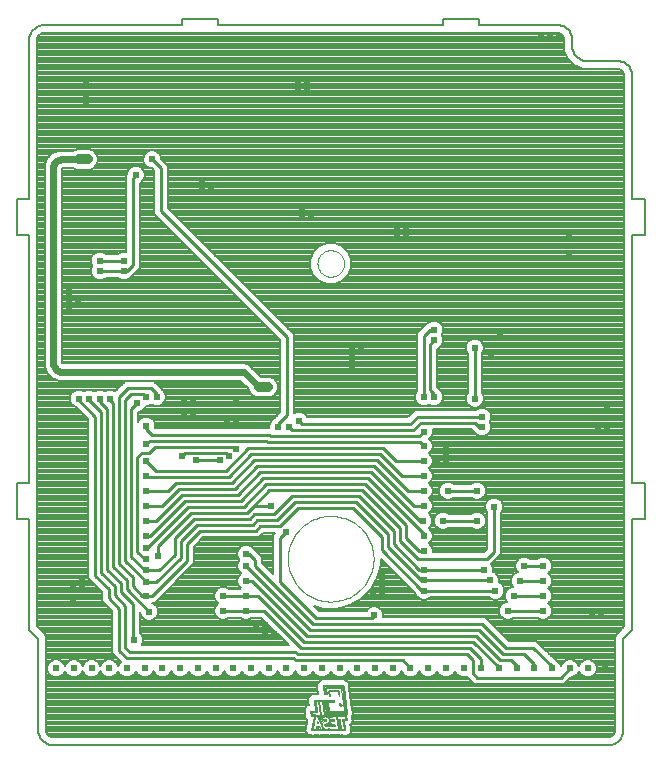
<source format=gbl>
G75*
G70*
%OFA0B0*%
%FSLAX24Y24*%
%IPPOS*%
%LPD*%
%AMOC8*
5,1,8,0,0,1.08239X$1,22.5*
%
%ADD10C,0.0050*%
%ADD11C,0.0000*%
%ADD12C,0.0240*%
%ADD13C,0.0010*%
%ADD14C,0.0040*%
%ADD15C,0.0020*%
%ADD16C,0.0030*%
%ADD17C,0.0080*%
%ADD18C,0.0100*%
%ADD19C,0.0280*%
%ADD20C,0.0220*%
%ADD21C,0.0320*%
D10*
X000875Y001427D02*
X000875Y004477D01*
X000575Y004777D01*
X000575Y008477D01*
X000150Y008477D01*
X000150Y009677D01*
X000575Y009677D01*
X000575Y017927D01*
X000150Y017927D01*
X000150Y019127D01*
X000575Y019127D01*
X000575Y024427D01*
X000577Y024471D01*
X000583Y024514D01*
X000592Y024556D01*
X000605Y024598D01*
X000622Y024638D01*
X000642Y024677D01*
X000665Y024714D01*
X000692Y024748D01*
X000721Y024781D01*
X000754Y024810D01*
X000788Y024837D01*
X000825Y024860D01*
X000864Y024880D01*
X000904Y024897D01*
X000946Y024910D01*
X000988Y024919D01*
X001031Y024925D01*
X001075Y024927D01*
X005675Y024927D01*
X005675Y025127D01*
X006875Y025127D01*
X006875Y024927D01*
X014375Y024927D01*
X014375Y025127D01*
X015575Y025127D01*
X015575Y024927D01*
X018175Y024927D01*
X018219Y024925D01*
X018262Y024919D01*
X018304Y024910D01*
X018346Y024897D01*
X018386Y024880D01*
X018425Y024860D01*
X018462Y024837D01*
X018496Y024810D01*
X018529Y024781D01*
X018558Y024748D01*
X018585Y024714D01*
X018608Y024677D01*
X018628Y024638D01*
X018645Y024598D01*
X018658Y024556D01*
X018667Y024514D01*
X018673Y024471D01*
X018675Y024427D01*
X018675Y024227D01*
X018677Y024183D01*
X018683Y024140D01*
X018692Y024098D01*
X018705Y024056D01*
X018722Y024016D01*
X018742Y023977D01*
X018765Y023940D01*
X018792Y023906D01*
X018821Y023873D01*
X018854Y023844D01*
X018888Y023817D01*
X018925Y023794D01*
X018964Y023774D01*
X019004Y023757D01*
X019046Y023744D01*
X019088Y023735D01*
X019131Y023729D01*
X019175Y023727D01*
X020175Y023727D01*
X020219Y023725D01*
X020262Y023719D01*
X020304Y023710D01*
X020346Y023697D01*
X020386Y023680D01*
X020425Y023660D01*
X020462Y023637D01*
X020496Y023610D01*
X020529Y023581D01*
X020558Y023548D01*
X020585Y023514D01*
X020608Y023477D01*
X020628Y023438D01*
X020645Y023398D01*
X020658Y023356D01*
X020667Y023314D01*
X020673Y023271D01*
X020675Y023227D01*
X020675Y019127D01*
X021100Y019127D01*
X021100Y017927D01*
X020675Y017927D01*
X020675Y009677D01*
X021100Y009677D01*
X021100Y008477D01*
X020675Y008477D01*
X020675Y004777D01*
X020375Y004477D01*
X020375Y001427D01*
X020373Y001383D01*
X020367Y001340D01*
X020358Y001298D01*
X020345Y001256D01*
X020328Y001216D01*
X020308Y001177D01*
X020285Y001140D01*
X020258Y001106D01*
X020229Y001073D01*
X020196Y001044D01*
X020162Y001017D01*
X020125Y000994D01*
X020086Y000974D01*
X020046Y000957D01*
X020004Y000944D01*
X019962Y000935D01*
X019919Y000929D01*
X019875Y000927D01*
X001375Y000927D01*
X001331Y000929D01*
X001288Y000935D01*
X001246Y000944D01*
X001204Y000957D01*
X001164Y000974D01*
X001125Y000994D01*
X001088Y001017D01*
X001054Y001044D01*
X001021Y001073D01*
X000992Y001106D01*
X000965Y001140D01*
X000942Y001177D01*
X000922Y001216D01*
X000905Y001256D01*
X000892Y001298D01*
X000883Y001340D01*
X000877Y001383D01*
X000875Y001427D01*
D11*
X009198Y007138D02*
X009200Y007213D01*
X009206Y007288D01*
X009216Y007363D01*
X009230Y007437D01*
X009247Y007510D01*
X009269Y007583D01*
X009294Y007653D01*
X009323Y007723D01*
X009356Y007791D01*
X009392Y007857D01*
X009432Y007921D01*
X009475Y007983D01*
X009521Y008042D01*
X009570Y008099D01*
X009623Y008154D01*
X009678Y008205D01*
X009735Y008254D01*
X009795Y008299D01*
X009858Y008341D01*
X009922Y008380D01*
X009989Y008415D01*
X010057Y008447D01*
X010127Y008475D01*
X010198Y008500D01*
X010271Y008520D01*
X010344Y008537D01*
X010419Y008550D01*
X010493Y008559D01*
X010569Y008564D01*
X010644Y008565D01*
X010719Y008562D01*
X010794Y008555D01*
X010869Y008544D01*
X010943Y008529D01*
X011016Y008511D01*
X011087Y008488D01*
X011158Y008462D01*
X011227Y008432D01*
X011295Y008398D01*
X011360Y008361D01*
X011424Y008321D01*
X011485Y008277D01*
X011544Y008230D01*
X011600Y008180D01*
X011654Y008127D01*
X011705Y008071D01*
X011752Y008013D01*
X011797Y007952D01*
X011838Y007889D01*
X011876Y007824D01*
X011911Y007757D01*
X011942Y007688D01*
X011969Y007618D01*
X011992Y007547D01*
X012012Y007474D01*
X012028Y007400D01*
X012040Y007326D01*
X012048Y007251D01*
X012052Y007176D01*
X012052Y007100D01*
X012048Y007025D01*
X012040Y006950D01*
X012028Y006876D01*
X012012Y006802D01*
X011992Y006729D01*
X011969Y006658D01*
X011942Y006588D01*
X011911Y006519D01*
X011876Y006452D01*
X011838Y006387D01*
X011797Y006324D01*
X011752Y006263D01*
X011705Y006205D01*
X011654Y006149D01*
X011600Y006096D01*
X011544Y006046D01*
X011485Y005999D01*
X011424Y005955D01*
X011360Y005915D01*
X011295Y005878D01*
X011227Y005844D01*
X011158Y005814D01*
X011087Y005788D01*
X011016Y005765D01*
X010943Y005747D01*
X010869Y005732D01*
X010794Y005721D01*
X010719Y005714D01*
X010644Y005711D01*
X010569Y005712D01*
X010493Y005717D01*
X010419Y005726D01*
X010344Y005739D01*
X010271Y005756D01*
X010198Y005776D01*
X010127Y005801D01*
X010057Y005829D01*
X009989Y005861D01*
X009922Y005896D01*
X009858Y005935D01*
X009795Y005977D01*
X009735Y006022D01*
X009678Y006071D01*
X009623Y006122D01*
X009570Y006177D01*
X009521Y006234D01*
X009475Y006293D01*
X009432Y006355D01*
X009392Y006419D01*
X009356Y006485D01*
X009323Y006553D01*
X009294Y006623D01*
X009269Y006693D01*
X009247Y006766D01*
X009230Y006839D01*
X009216Y006913D01*
X009206Y006988D01*
X009200Y007063D01*
X009198Y007138D01*
X010182Y016979D02*
X010184Y017020D01*
X010190Y017062D01*
X010199Y017102D01*
X010213Y017141D01*
X010230Y017179D01*
X010250Y017215D01*
X010274Y017249D01*
X010301Y017281D01*
X010331Y017310D01*
X010363Y017336D01*
X010398Y017359D01*
X010434Y017379D01*
X010472Y017395D01*
X010512Y017407D01*
X010553Y017416D01*
X010594Y017421D01*
X010635Y017422D01*
X010677Y017419D01*
X010718Y017412D01*
X010758Y017402D01*
X010797Y017387D01*
X010834Y017369D01*
X010870Y017348D01*
X010904Y017323D01*
X010935Y017296D01*
X010963Y017266D01*
X010988Y017233D01*
X011010Y017197D01*
X011029Y017160D01*
X011044Y017122D01*
X011056Y017082D01*
X011064Y017041D01*
X011068Y017000D01*
X011068Y016958D01*
X011064Y016917D01*
X011056Y016876D01*
X011044Y016836D01*
X011029Y016798D01*
X011010Y016761D01*
X010988Y016725D01*
X010963Y016692D01*
X010935Y016662D01*
X010904Y016635D01*
X010870Y016610D01*
X010834Y016589D01*
X010797Y016571D01*
X010758Y016556D01*
X010718Y016546D01*
X010677Y016539D01*
X010635Y016536D01*
X010594Y016537D01*
X010553Y016542D01*
X010512Y016551D01*
X010472Y016563D01*
X010434Y016579D01*
X010398Y016599D01*
X010363Y016622D01*
X010331Y016648D01*
X010301Y016677D01*
X010274Y016709D01*
X010250Y016743D01*
X010230Y016779D01*
X010213Y016817D01*
X010199Y016856D01*
X010190Y016896D01*
X010184Y016938D01*
X010182Y016979D01*
D12*
X009975Y018277D03*
X009975Y018577D03*
X009675Y018577D03*
X009675Y018877D03*
X006625Y019427D03*
X006325Y019427D03*
X006325Y019127D03*
X006325Y019727D03*
X004675Y020447D03*
X004125Y019927D03*
X002475Y022027D03*
X002475Y022327D03*
X002475Y022627D03*
X002475Y022927D03*
X002925Y017077D03*
X002925Y016727D03*
X003725Y016727D03*
X003725Y017077D03*
X002215Y015727D03*
X001915Y015727D03*
X001915Y015427D03*
X001915Y016027D03*
X002225Y012477D03*
X002575Y012477D03*
X002925Y012477D03*
X003275Y012477D03*
X004175Y012327D03*
X004475Y012527D03*
X004825Y012527D03*
X005725Y012327D03*
X005725Y012027D03*
X006025Y012027D03*
X006025Y012327D03*
X007175Y011777D03*
X007475Y011777D03*
X007475Y012077D03*
X007475Y012377D03*
X007475Y010807D03*
X007245Y010577D03*
X006925Y010427D03*
X006125Y010427D03*
X005675Y010577D03*
X004475Y010407D03*
X004475Y009907D03*
X004475Y009407D03*
X004475Y008907D03*
X004475Y008407D03*
X004475Y007907D03*
X004475Y007507D03*
X004475Y007127D03*
X004475Y006757D03*
X004475Y006357D03*
X004475Y005907D03*
X004575Y005377D03*
X004075Y004427D03*
X003834Y003481D03*
X004424Y003481D03*
X005015Y003481D03*
X005605Y003481D03*
X006196Y003481D03*
X006786Y003481D03*
X007377Y003481D03*
X007968Y003481D03*
X008558Y003481D03*
X009149Y003481D03*
X009739Y003481D03*
X010330Y003481D03*
X010920Y003481D03*
X011511Y003481D03*
X012101Y003481D03*
X012692Y003481D03*
X013282Y003481D03*
X013873Y003481D03*
X014464Y003481D03*
X015054Y003481D03*
X015645Y003481D03*
X016235Y003481D03*
X016826Y003481D03*
X017416Y003481D03*
X018007Y003481D03*
X018597Y003481D03*
X019188Y003481D03*
X019779Y003481D03*
X019625Y005327D03*
X019325Y005327D03*
X019625Y005627D03*
X019925Y005627D03*
X017700Y005402D03*
X017700Y005902D03*
X017700Y006402D03*
X017700Y006902D03*
X017075Y006902D03*
X016925Y006402D03*
X016735Y005902D03*
X016525Y005402D03*
X016115Y006077D03*
X015925Y006427D03*
X015725Y006777D03*
X015500Y008402D03*
X016075Y008877D03*
X015500Y009402D03*
X014525Y009402D03*
X013725Y009407D03*
X013725Y008907D03*
X013705Y008407D03*
X013725Y007907D03*
X013725Y007407D03*
X013725Y006777D03*
X013725Y006427D03*
X013725Y006077D03*
X012325Y005927D03*
X012025Y005927D03*
X012325Y006227D03*
X012325Y006527D03*
X012075Y005247D03*
X014360Y008402D03*
X013725Y009907D03*
X013725Y010407D03*
X014175Y010327D03*
X014475Y010327D03*
X014475Y010627D03*
X014475Y010927D03*
X013725Y010907D03*
X013725Y011377D03*
X013725Y012527D03*
X014075Y012527D03*
X015425Y012477D03*
X015675Y011877D03*
X015675Y011527D03*
X015975Y013977D03*
X015975Y014277D03*
X016275Y014277D03*
X016275Y014577D03*
X015425Y014177D03*
X014075Y014427D03*
X014075Y014777D03*
X011625Y014127D03*
X011325Y014127D03*
X011325Y013827D03*
X011325Y013527D03*
X009575Y011727D03*
X009225Y011527D03*
X008875Y011527D03*
X008625Y008907D03*
X009125Y008027D03*
X007805Y007307D03*
X007805Y006907D03*
X007805Y006407D03*
X007805Y005907D03*
X007805Y005407D03*
X008125Y004927D03*
X008425Y004927D03*
X008425Y004627D03*
X008725Y004627D03*
X007045Y005407D03*
X007045Y005907D03*
X004875Y007217D03*
X002325Y006427D03*
X002325Y006127D03*
X002025Y006127D03*
X002025Y005827D03*
X002062Y003481D03*
X001471Y003481D03*
X002653Y003481D03*
X003243Y003481D03*
X004475Y010957D03*
X004475Y011577D03*
X012825Y017877D03*
X013125Y017877D03*
X013125Y018177D03*
X012825Y018177D03*
X009825Y022727D03*
X009525Y022727D03*
X009525Y023027D03*
X009825Y023027D03*
X017625Y024527D03*
X017925Y024527D03*
X017925Y024227D03*
X018225Y024527D03*
X018575Y017877D03*
X018575Y017577D03*
X018575Y017277D03*
X018275Y017577D03*
X019825Y012127D03*
X019825Y011827D03*
X019825Y011527D03*
X019525Y011527D03*
D13*
X011050Y002882D02*
X011171Y002002D01*
X011161Y001984D01*
X011153Y001976D01*
X011143Y001968D01*
X011135Y001967D01*
X010516Y001966D01*
X010494Y001979D01*
X010481Y001993D01*
X010472Y002014D01*
X010414Y002429D01*
X010726Y002428D01*
X010738Y002364D01*
X010524Y002364D01*
X010557Y002104D01*
X010569Y002084D01*
X010584Y002070D01*
X010598Y002061D01*
X010608Y002057D01*
X010719Y002056D01*
X011035Y002065D01*
X011047Y002078D01*
X011057Y002091D01*
X011058Y002120D01*
X010964Y002806D01*
X010950Y002825D01*
X010936Y002834D01*
X010926Y002837D01*
X010917Y002840D01*
X010491Y002839D01*
X010496Y002839D02*
X010485Y002834D01*
X010479Y002827D01*
X010470Y002816D01*
X010466Y002805D01*
X010467Y002794D01*
X010470Y002777D01*
X010489Y002616D01*
X010491Y002615D02*
X010388Y002616D01*
X010354Y002868D01*
X010354Y002881D01*
X010360Y002894D01*
X010371Y002911D01*
X010381Y002923D01*
X010393Y002931D01*
X011012Y002932D01*
X011024Y002924D01*
X011031Y002915D01*
X011040Y002907D01*
X011046Y002897D01*
X011049Y002891D01*
X011050Y002882D01*
X010887Y002743D02*
X010881Y002745D01*
X010866Y002746D01*
X010568Y002746D01*
X010560Y002742D01*
X010552Y002734D01*
X010548Y002726D01*
X010548Y002714D01*
X010565Y002568D01*
X010574Y002567D01*
X010586Y002568D01*
X010592Y002570D01*
X010590Y002576D01*
X010591Y002570D02*
X010575Y002709D01*
X010577Y002719D01*
X010585Y002724D01*
X010592Y002726D01*
X010865Y002727D01*
X010870Y002722D01*
X010875Y002706D01*
X010878Y002683D01*
X010882Y002652D01*
X010888Y002612D01*
X010892Y002570D01*
X010896Y002568D01*
X010902Y002569D01*
X010915Y002568D01*
X010909Y002574D01*
X010898Y002576D01*
X010876Y002726D01*
X010870Y002732D01*
X010857Y002733D01*
X010838Y002733D01*
X010803Y002734D01*
X010648Y002734D01*
X010605Y002734D01*
X010575Y002732D01*
X010580Y002727D01*
X010575Y002723D01*
X010570Y002716D01*
X010568Y002704D01*
X010584Y002571D01*
X010574Y002573D01*
X010568Y002577D01*
X010554Y002714D01*
X010556Y002724D01*
X010561Y002734D01*
X010575Y002737D01*
X010605Y002739D01*
X010683Y002740D01*
X010758Y002739D01*
X010807Y002738D01*
X010849Y002738D01*
X010877Y002737D01*
X010889Y002732D01*
X010907Y002580D01*
X010882Y002730D01*
X010892Y002736D02*
X010887Y002743D01*
X010892Y002736D02*
X010898Y002720D01*
X010916Y002568D01*
X010909Y002336D02*
X010946Y002336D01*
X010947Y002335D02*
X010959Y002215D01*
X010919Y002214D01*
X010909Y002336D01*
X010915Y002325D02*
X010916Y002306D01*
X010944Y002306D01*
X010942Y002318D01*
X010930Y002320D01*
X010919Y002318D01*
X010922Y002312D01*
X010936Y002312D01*
X010942Y002327D02*
X010918Y002327D01*
X010915Y002325D01*
X010885Y002300D02*
X010889Y002253D01*
X010989Y002253D01*
X010980Y002300D01*
X010981Y002299D02*
X010987Y002255D01*
X010980Y002259D02*
X010977Y002284D01*
X010900Y002285D01*
X010900Y002266D01*
X010971Y002267D01*
X010971Y002276D01*
X010903Y002275D01*
X010894Y002260D02*
X010980Y002259D01*
X010951Y002251D02*
X010930Y002244D01*
X010923Y002246D01*
X010925Y002222D01*
X010949Y002221D01*
X010953Y002225D01*
X010951Y002240D01*
X010941Y002239D01*
X010931Y002239D01*
X010929Y002229D01*
X010940Y002227D01*
X010947Y002229D01*
X010938Y002233D01*
X010931Y002232D01*
X010950Y002245D01*
X010979Y002290D02*
X010892Y002291D01*
X010894Y002260D01*
X010885Y002300D02*
X010976Y002300D01*
X011133Y001967D02*
X011135Y001967D01*
X011142Y001926D02*
X011158Y001759D01*
X011075Y001759D01*
X011114Y001432D01*
X011115Y001432D02*
X009978Y001433D01*
X010054Y001891D01*
X010052Y001898D01*
X009969Y001898D01*
X009944Y002075D01*
X010097Y002075D01*
X010053Y002429D01*
X010369Y002429D01*
X010436Y001974D01*
X010454Y001948D01*
X010484Y001926D01*
X010488Y001925D01*
X011142Y001926D01*
X011093Y001880D02*
X011107Y001806D01*
X011100Y001804D01*
X011012Y001804D01*
X011059Y001468D01*
X011054Y001468D02*
X010977Y001469D01*
X010926Y001805D01*
X010841Y001805D01*
X010839Y001806D01*
X010836Y001807D01*
X010824Y001879D01*
X011093Y001880D01*
X010795Y001880D02*
X010853Y001469D01*
X010848Y001469D02*
X010588Y001469D01*
X010583Y001476D01*
X010577Y001485D01*
X010568Y001487D01*
X010560Y001484D01*
X010548Y001480D01*
X010533Y001476D01*
X010523Y001469D01*
X010438Y001470D01*
X010424Y001478D01*
X010407Y001487D01*
X010392Y001497D01*
X010371Y001511D01*
X010359Y001527D01*
X010350Y001542D01*
X010341Y001552D01*
X010333Y001579D01*
X010331Y001603D01*
X010332Y001624D01*
X010339Y001647D01*
X010349Y001668D01*
X010363Y001689D01*
X010381Y001709D01*
X010402Y001720D01*
X010425Y001724D01*
X010454Y001733D01*
X010470Y001748D01*
X010472Y001758D01*
X010472Y001778D01*
X010457Y001790D01*
X010446Y001801D01*
X010439Y001805D01*
X010422Y001804D01*
X010411Y001798D01*
X010406Y001794D01*
X010382Y001795D01*
X010356Y001797D01*
X010348Y001799D01*
X010343Y001806D01*
X010340Y001815D01*
X010341Y001860D01*
X010340Y001859D02*
X010346Y001868D01*
X010355Y001872D01*
X010372Y001877D01*
X010391Y001878D01*
X010429Y001880D01*
X010453Y001879D01*
X010472Y001876D01*
X010488Y001870D01*
X010503Y001861D01*
X010523Y001840D01*
X010540Y001822D01*
X010550Y001802D01*
X010556Y001784D01*
X010555Y001784D02*
X010556Y001724D01*
X010544Y001706D01*
X010521Y001681D01*
X010492Y001660D01*
X010465Y001649D01*
X010440Y001638D01*
X010429Y001627D01*
X010416Y001615D01*
X010414Y001602D01*
X010415Y001583D01*
X010421Y001573D01*
X010432Y001563D01*
X010446Y001553D01*
X010460Y001553D01*
X010519Y001553D01*
X010530Y001561D01*
X010546Y001568D01*
X010564Y001570D01*
X010584Y001566D01*
X010591Y001556D01*
X010591Y001554D01*
X010760Y001553D01*
X010747Y001636D01*
X010625Y001637D01*
X010621Y001640D01*
X010609Y001722D01*
X010732Y001722D01*
X010722Y001804D01*
X010587Y001804D01*
X010578Y001811D01*
X010575Y001821D01*
X010574Y001829D01*
X010574Y001877D01*
X010575Y001877D01*
X010576Y001878D01*
X010795Y001880D01*
X010391Y001945D02*
X010330Y002393D01*
X010326Y002392D02*
X010235Y002392D01*
X010301Y001945D01*
X010391Y001945D01*
X010267Y001944D02*
X010202Y002391D01*
X010117Y002393D01*
X010164Y002028D01*
X009997Y002029D01*
X010005Y001946D01*
X010267Y001944D01*
X010181Y001879D02*
X010339Y001530D01*
X010359Y001470D01*
X010356Y001470D02*
X010282Y001469D01*
X010274Y001474D01*
X010270Y001482D01*
X010260Y001502D01*
X010231Y001572D01*
X010135Y001572D01*
X010126Y001470D01*
X010044Y001469D01*
X010043Y001472D01*
X010042Y001510D01*
X010107Y001875D01*
X010110Y001880D01*
X010181Y001879D01*
X010166Y001724D02*
X010153Y001655D01*
X010193Y001654D01*
X010168Y001703D01*
X010160Y001661D01*
X010182Y001663D01*
X010170Y001684D01*
X010167Y001668D01*
X010170Y001669D01*
X010175Y001670D01*
X010194Y001655D02*
X010166Y001724D01*
X010576Y002573D02*
X010561Y002699D01*
X010563Y002716D01*
X010565Y002729D01*
X010571Y002731D01*
X010568Y002726D01*
D14*
X010470Y002635D02*
X010445Y002797D01*
X010455Y002832D01*
X010472Y002848D01*
X010488Y002855D01*
X010928Y002861D01*
X010959Y002841D01*
X010976Y002825D01*
X010980Y002810D01*
X011081Y002083D01*
X011060Y002060D01*
X011040Y002047D01*
X010622Y002035D01*
X010578Y002044D01*
X010560Y002067D01*
X010542Y002088D01*
X010502Y002371D01*
X010517Y002385D01*
X010555Y002385D01*
X010718Y002383D01*
X010712Y002410D01*
X010455Y002409D01*
X010498Y002397D01*
X010471Y002385D01*
X010472Y002357D01*
X010507Y002085D01*
X010587Y002018D01*
X010505Y002060D01*
X010520Y002012D01*
X010551Y002009D01*
X011119Y002014D01*
X011055Y002022D01*
X011108Y002039D01*
X011088Y002047D01*
X011120Y002061D01*
X011110Y002079D01*
X010994Y002875D01*
X010975Y002864D01*
X010975Y002878D01*
X010956Y002877D01*
X010454Y002880D01*
X010415Y002882D01*
X010403Y002868D01*
X010403Y002839D01*
X010448Y002856D01*
X010410Y002834D01*
X010421Y002820D01*
X010408Y002811D01*
X010434Y002659D01*
X010403Y002633D02*
X010470Y002635D01*
X010403Y002633D02*
X010374Y002866D01*
X010377Y002881D01*
X010402Y002913D01*
X010918Y002911D01*
X011009Y002912D01*
X011027Y002891D01*
X011148Y002013D01*
X011149Y002001D01*
X011132Y001985D01*
X011116Y001983D01*
X010529Y001983D01*
X010513Y001988D01*
X010493Y002009D01*
X010486Y002050D01*
X010434Y002411D01*
X010453Y002396D01*
X010354Y002410D02*
X010420Y001941D01*
X010410Y001943D01*
X010347Y002398D01*
X010354Y002410D02*
X010090Y002410D01*
X010095Y002407D02*
X010074Y002412D01*
X010118Y002078D01*
X010139Y002085D02*
X010095Y002407D01*
X010219Y002404D02*
X010227Y002335D01*
X010289Y001918D01*
X010334Y001926D02*
X009995Y001925D01*
X009985Y001956D01*
X009976Y002019D01*
X009966Y002057D01*
X010140Y002057D01*
X010144Y002046D01*
X009984Y002049D01*
X009979Y001978D02*
X009983Y001919D01*
X010050Y001917D01*
X010111Y001901D01*
X010339Y001888D01*
X010321Y001868D01*
X010319Y001788D01*
X010345Y001780D01*
X010391Y001773D01*
X010418Y001777D01*
X010432Y001781D01*
X010453Y001764D01*
X010439Y001749D01*
X010400Y001740D01*
X010355Y001711D01*
X010332Y001672D01*
X010315Y001628D01*
X010205Y001870D01*
X010288Y001862D01*
X010243Y001847D01*
X010315Y001694D01*
X010371Y001750D01*
X010320Y001768D01*
X010326Y001734D01*
X010294Y001840D01*
X010277Y001837D01*
X010291Y001805D01*
X010361Y001893D02*
X010364Y001923D01*
X010479Y001905D01*
X010618Y001906D01*
X010600Y001897D02*
X010669Y001899D01*
X010809Y001897D01*
X010806Y001901D02*
X010822Y001800D01*
X010829Y001788D02*
X010873Y001469D01*
X010919Y001474D01*
X010884Y001754D01*
X010863Y001762D01*
X010890Y001491D01*
X010955Y001471D02*
X010911Y001785D01*
X010829Y001788D01*
X010820Y001899D02*
X010806Y001901D01*
X010820Y001899D02*
X011090Y001898D01*
X011114Y001888D01*
X011125Y001797D01*
X011115Y001789D01*
X011066Y001785D01*
X011070Y001778D01*
X011142Y001777D01*
X011125Y001907D01*
X010640Y001905D01*
X010600Y001897D02*
X010557Y001897D01*
X010472Y001895D01*
X010410Y001899D01*
X010361Y001893D01*
X010334Y001926D02*
X010397Y001930D01*
X010430Y001951D02*
X010443Y001939D01*
X010459Y001921D01*
X010474Y001909D01*
X010220Y001550D02*
X010154Y001553D01*
X010148Y001473D01*
X010213Y001476D01*
X010203Y001519D01*
X010182Y001518D01*
X010179Y001494D01*
X010220Y001550D02*
X010254Y001467D01*
X010258Y001455D01*
X010123Y001451D02*
X009997Y001449D01*
X010080Y001924D01*
X010098Y001928D01*
X010014Y001478D01*
X010023Y001469D01*
X010025Y001492D01*
X010123Y001451D02*
X010558Y001452D01*
X010542Y001459D01*
X010551Y001459D01*
X010567Y001464D01*
X010579Y001452D01*
X010599Y001452D01*
X011060Y001451D01*
X011050Y001452D02*
X011093Y001448D01*
X011051Y001783D01*
X011034Y001788D01*
X011080Y001467D01*
X010959Y001454D02*
X010955Y001471D01*
X010144Y002058D02*
X010139Y002085D01*
D15*
X010311Y001609D02*
X010315Y001603D01*
X010365Y001482D01*
X010369Y001470D01*
X010385Y001473D01*
X010389Y001472D01*
X010372Y001482D01*
X010364Y001504D02*
X010349Y001528D01*
X010336Y001551D01*
X010323Y001587D01*
X010321Y001606D01*
X010311Y001609D01*
X010364Y001504D02*
X010401Y001479D01*
X010420Y001468D01*
D16*
X010448Y001569D02*
X010435Y001579D01*
X010432Y001597D01*
X010440Y001617D01*
X010427Y001609D01*
X010477Y001637D01*
X010522Y001661D01*
X010606Y001635D01*
X010624Y001622D01*
X010736Y001623D01*
X010742Y001582D01*
X010589Y001595D01*
X010473Y001589D01*
X010455Y001594D01*
X010478Y001617D01*
X010522Y001636D01*
X010727Y001602D01*
X010524Y001614D01*
X010492Y001612D01*
X010602Y001647D01*
X010563Y001817D01*
X010561Y001867D01*
X010500Y001881D01*
X010521Y001862D01*
X010544Y001843D01*
X010553Y001826D01*
X010577Y001777D01*
X010569Y001731D01*
X010564Y001712D01*
X010547Y001686D01*
X010531Y001668D01*
X010570Y001668D01*
X010581Y001659D01*
X010573Y001692D01*
X010598Y001682D01*
X010584Y001792D01*
X010709Y001792D01*
X010718Y001736D01*
X010609Y001734D01*
X010604Y001769D01*
X010673Y001771D01*
X010698Y001759D01*
X010657Y001750D01*
X010610Y001750D01*
X010570Y001581D02*
X010542Y001579D01*
X010518Y001571D01*
X010499Y001566D01*
X010467Y001567D01*
X010448Y001569D01*
X010570Y001581D02*
X010590Y001577D01*
X010599Y001571D01*
X010615Y001566D01*
X010681Y001565D01*
X010744Y001564D01*
D17*
X010585Y001247D02*
X010916Y001247D01*
X010928Y001240D01*
X010954Y001247D01*
X011026Y001247D01*
X011035Y001239D01*
X011057Y001242D01*
X011061Y001239D01*
X011111Y001245D01*
X011157Y001241D01*
X011163Y001247D01*
X011191Y001247D01*
X011201Y001256D01*
X011213Y001258D01*
X011250Y001305D01*
X011300Y001355D01*
X011300Y001369D01*
X011307Y001378D01*
X011300Y001439D01*
X011300Y001508D01*
X011300Y001508D01*
X011300Y001512D01*
X011290Y001524D01*
X011278Y001615D01*
X011294Y001634D01*
X011343Y001682D01*
X011343Y001692D01*
X011349Y001699D01*
X011347Y001715D01*
X011351Y001720D01*
X011343Y001787D01*
X011343Y001801D01*
X011343Y001856D01*
X011333Y001867D01*
X011331Y001895D01*
X011349Y001913D01*
X011348Y001921D01*
X011351Y001924D01*
X011351Y001933D01*
X011364Y001951D01*
X011362Y001968D01*
X011370Y001983D01*
X011352Y002042D01*
X011351Y002051D01*
X011352Y002075D01*
X011347Y002081D01*
X011346Y002086D01*
X011345Y002102D01*
X011343Y002104D01*
X011243Y002836D01*
X011246Y002840D01*
X011240Y002872D01*
X011249Y002893D01*
X011238Y002918D01*
X011242Y002939D01*
X011233Y002952D01*
X011233Y002956D01*
X011226Y002965D01*
X011223Y002982D01*
X011223Y002986D01*
X011218Y002991D01*
X011217Y003000D01*
X011198Y003013D01*
X011189Y003035D01*
X011188Y003039D01*
X011161Y003056D01*
X011149Y003074D01*
X011141Y003076D01*
X011125Y003097D01*
X011115Y003098D01*
X011110Y003104D01*
X011100Y003105D01*
X011089Y003117D01*
X011066Y003117D01*
X011046Y003129D01*
X010991Y003116D01*
X010981Y003116D01*
X010973Y003118D01*
X010972Y003117D01*
X010945Y003119D01*
X010942Y003116D01*
X010467Y003116D01*
X010462Y003121D01*
X010423Y003116D01*
X010407Y003116D01*
X010345Y003126D01*
X010332Y003116D01*
X010316Y003116D01*
X010303Y003103D01*
X010297Y003102D01*
X010297Y003102D01*
X010290Y003101D01*
X010270Y003077D01*
X010255Y003074D01*
X010238Y003047D01*
X010235Y003045D01*
X010226Y003041D01*
X010223Y003036D01*
X010210Y003026D01*
X010207Y003004D01*
X010192Y002993D01*
X010190Y002983D01*
X010181Y002972D01*
X010181Y002969D01*
X010169Y002957D01*
X010169Y002942D01*
X010169Y002940D01*
X010169Y002936D01*
X010163Y002926D01*
X010164Y002923D01*
X010161Y002920D01*
X010163Y002907D01*
X010154Y002890D01*
X010169Y002848D01*
X010164Y002815D01*
X010169Y002808D01*
X010169Y002791D01*
X010179Y002782D01*
X010201Y002614D01*
X010154Y002614D01*
X010150Y002617D01*
X010138Y002615D01*
X010130Y002621D01*
X010110Y002619D01*
X010106Y002622D01*
X010072Y002618D01*
X010037Y002625D01*
X010019Y002614D01*
X009976Y002614D01*
X009967Y002604D01*
X009954Y002603D01*
X009914Y002551D01*
X009904Y002542D01*
X009897Y002537D01*
X009896Y002534D01*
X009868Y002505D01*
X009868Y002492D01*
X009860Y002482D01*
X009868Y002417D01*
X009868Y002409D01*
X009860Y002376D01*
X009868Y002364D01*
X009868Y002352D01*
X009877Y002343D01*
X009887Y002260D01*
X009868Y002260D01*
X009857Y002250D01*
X009843Y002248D01*
X009804Y002197D01*
X009759Y002152D01*
X009759Y002137D01*
X009750Y002125D01*
X009755Y002091D01*
X009751Y002083D01*
X009759Y002054D01*
X009759Y001998D01*
X009766Y001991D01*
X009766Y001973D01*
X009771Y001969D01*
X009773Y001961D01*
X009783Y001890D01*
X009782Y001839D01*
X009783Y001838D01*
X009783Y001823D01*
X009794Y001812D01*
X009796Y001797D01*
X009845Y001760D01*
X009808Y001542D01*
X009796Y001529D01*
X009796Y001513D01*
X009793Y001509D01*
X009793Y001448D01*
X009783Y001387D01*
X009793Y001373D01*
X009793Y001356D01*
X009836Y001313D01*
X009872Y001263D01*
X009889Y001260D01*
X009901Y001248D01*
X009962Y001248D01*
X010023Y001237D01*
X010028Y001241D01*
X010045Y001238D01*
X010058Y001247D01*
X010224Y001247D01*
X010241Y001239D01*
X010266Y001247D01*
X010521Y001247D01*
X010526Y001244D01*
X010532Y001246D01*
X010556Y001236D01*
X010585Y001247D01*
X011254Y001309D02*
X020076Y001309D01*
X020070Y001297D02*
X020006Y001232D01*
X019921Y001197D01*
X019875Y001192D01*
X001375Y001192D01*
X001329Y001197D01*
X001244Y001232D01*
X001180Y001297D01*
X001145Y001382D01*
X001140Y001427D01*
X001140Y004530D01*
X001100Y004628D01*
X000845Y004882D01*
X000845Y024474D01*
X000880Y024558D01*
X000944Y024623D01*
X001028Y024657D01*
X018222Y024657D01*
X018306Y024623D01*
X018370Y024558D01*
X018405Y024473D01*
X018410Y024427D01*
X018410Y024075D01*
X018526Y023794D01*
X018742Y023579D01*
X019023Y023462D01*
X020175Y023462D01*
X020221Y023458D01*
X020306Y023423D01*
X020370Y023358D01*
X020405Y023274D01*
X020405Y004882D01*
X020150Y004628D01*
X020110Y004530D01*
X020110Y001427D01*
X020105Y001382D01*
X020070Y001297D01*
X020003Y001231D02*
X001247Y001231D01*
X001174Y001309D02*
X009838Y001309D01*
X009783Y001388D02*
X001144Y001388D01*
X001140Y001466D02*
X009793Y001466D01*
X009809Y001545D02*
X001140Y001545D01*
X001140Y001623D02*
X009822Y001623D01*
X009835Y001702D02*
X001140Y001702D01*
X001140Y001780D02*
X009818Y001780D01*
X009782Y001859D02*
X001140Y001859D01*
X001140Y001937D02*
X009776Y001937D01*
X009759Y002016D02*
X001140Y002016D01*
X001140Y002094D02*
X009755Y002094D01*
X009781Y002173D02*
X001140Y002173D01*
X001140Y002251D02*
X009859Y002251D01*
X009879Y002330D02*
X001140Y002330D01*
X001140Y002408D02*
X009868Y002408D01*
X009864Y002487D02*
X001140Y002487D01*
X001140Y002565D02*
X009925Y002565D01*
X010158Y002879D02*
X001140Y002879D01*
X001140Y002801D02*
X010169Y002801D01*
X010187Y002722D02*
X001140Y002722D01*
X001140Y002644D02*
X010197Y002644D01*
X010170Y002958D02*
X001140Y002958D01*
X001140Y003036D02*
X010223Y003036D01*
X010315Y003115D02*
X001140Y003115D01*
X001140Y003193D02*
X001381Y003193D01*
X001412Y003181D02*
X001531Y003181D01*
X001641Y003226D01*
X001726Y003311D01*
X001767Y003409D01*
X001808Y003311D01*
X001892Y003226D01*
X002002Y003181D01*
X002122Y003181D01*
X002232Y003226D01*
X002316Y003311D01*
X002357Y003409D01*
X002398Y003311D01*
X002483Y003226D01*
X002593Y003181D01*
X002712Y003181D01*
X002822Y003226D01*
X002907Y003311D01*
X002948Y003409D01*
X002989Y003311D01*
X003073Y003226D01*
X003183Y003181D01*
X003303Y003181D01*
X003413Y003226D01*
X003497Y003311D01*
X003538Y003409D01*
X003579Y003311D01*
X003664Y003226D01*
X003774Y003181D01*
X003893Y003181D01*
X004004Y003226D01*
X004088Y003311D01*
X004129Y003409D01*
X004170Y003311D01*
X004254Y003226D01*
X004365Y003181D01*
X004484Y003181D01*
X004594Y003226D01*
X004679Y003311D01*
X004719Y003409D01*
X004760Y003311D01*
X004845Y003226D01*
X004955Y003181D01*
X005074Y003181D01*
X005185Y003226D01*
X005269Y003311D01*
X005310Y003409D01*
X005351Y003311D01*
X005435Y003226D01*
X005546Y003181D01*
X005665Y003181D01*
X005775Y003226D01*
X005860Y003311D01*
X005901Y003409D01*
X005942Y003311D01*
X006026Y003226D01*
X006136Y003181D01*
X006256Y003181D01*
X006366Y003226D01*
X006450Y003311D01*
X006491Y003409D01*
X006532Y003311D01*
X006616Y003226D01*
X006727Y003181D01*
X006846Y003181D01*
X006956Y003226D01*
X007041Y003311D01*
X007082Y003409D01*
X007123Y003311D01*
X007207Y003226D01*
X007317Y003181D01*
X007437Y003181D01*
X007547Y003226D01*
X007631Y003311D01*
X007672Y003409D01*
X007713Y003311D01*
X007798Y003226D01*
X007908Y003181D01*
X008027Y003181D01*
X008137Y003226D01*
X008222Y003311D01*
X008263Y003409D01*
X008304Y003311D01*
X008388Y003226D01*
X008498Y003181D01*
X008618Y003181D01*
X008728Y003226D01*
X008812Y003311D01*
X008853Y003409D01*
X008894Y003311D01*
X008979Y003226D01*
X009089Y003181D01*
X009208Y003181D01*
X009319Y003226D01*
X009403Y003311D01*
X009444Y003409D01*
X009485Y003311D01*
X009569Y003226D01*
X009679Y003181D01*
X009799Y003181D01*
X009909Y003226D01*
X009994Y003311D01*
X010034Y003409D01*
X010075Y003311D01*
X010160Y003226D01*
X010270Y003181D01*
X010389Y003181D01*
X010500Y003226D01*
X010584Y003311D01*
X010625Y003409D01*
X010666Y003311D01*
X010750Y003226D01*
X010861Y003181D01*
X010980Y003181D01*
X011090Y003226D01*
X011175Y003311D01*
X011216Y003409D01*
X011256Y003311D01*
X011341Y003226D01*
X011451Y003181D01*
X011571Y003181D01*
X011681Y003226D01*
X011765Y003311D01*
X011806Y003409D01*
X011847Y003311D01*
X011931Y003226D01*
X012042Y003181D01*
X012161Y003181D01*
X012271Y003226D01*
X012356Y003311D01*
X012397Y003409D01*
X012438Y003311D01*
X012522Y003226D01*
X012632Y003181D01*
X012752Y003181D01*
X012862Y003226D01*
X012946Y003311D01*
X012987Y003409D01*
X013028Y003311D01*
X013113Y003226D01*
X013223Y003181D01*
X013342Y003181D01*
X013452Y003226D01*
X013537Y003311D01*
X013578Y003409D01*
X013619Y003311D01*
X013703Y003226D01*
X013813Y003181D01*
X013933Y003181D01*
X014043Y003226D01*
X014127Y003311D01*
X014168Y003409D01*
X014209Y003311D01*
X014294Y003226D01*
X014404Y003181D01*
X014523Y003181D01*
X014634Y003226D01*
X014718Y003311D01*
X014759Y003409D01*
X014800Y003311D01*
X014884Y003226D01*
X014994Y003181D01*
X015114Y003181D01*
X015155Y003197D01*
X015270Y003082D01*
X015405Y002947D01*
X018390Y002947D01*
X018623Y003181D01*
X018657Y003181D01*
X018767Y003226D01*
X018852Y003311D01*
X018893Y003409D01*
X018934Y003311D01*
X019018Y003226D01*
X019128Y003181D01*
X019248Y003181D01*
X019358Y003226D01*
X019442Y003311D01*
X019488Y003421D01*
X019488Y003540D01*
X019442Y003650D01*
X019358Y003735D01*
X019248Y003781D01*
X019128Y003781D01*
X019018Y003735D01*
X018934Y003650D01*
X018893Y003552D01*
X018852Y003650D01*
X018767Y003735D01*
X018657Y003781D01*
X018538Y003781D01*
X018428Y003735D01*
X018343Y003650D01*
X018302Y003552D01*
X018261Y003650D01*
X018177Y003735D01*
X018119Y003759D01*
X017605Y004273D01*
X017470Y004407D01*
X016570Y004407D01*
X015770Y005207D01*
X012375Y005207D01*
X012375Y005307D01*
X012329Y005417D01*
X012245Y005502D01*
X012135Y005547D01*
X012015Y005547D01*
X011905Y005502D01*
X011821Y005417D01*
X011817Y005407D01*
X010220Y005407D01*
X010066Y005562D01*
X010406Y005471D01*
X010844Y005471D01*
X011269Y005584D01*
X011649Y005804D01*
X011959Y006114D01*
X012179Y006495D01*
X012292Y006919D01*
X012292Y007135D01*
X013436Y005991D01*
X013471Y005907D01*
X013555Y005823D01*
X013665Y005777D01*
X013785Y005777D01*
X013895Y005823D01*
X013919Y005847D01*
X015921Y005847D01*
X015945Y005823D01*
X016055Y005777D01*
X016175Y005777D01*
X016285Y005823D01*
X016369Y005907D01*
X016415Y006018D01*
X016415Y006137D01*
X016369Y006247D01*
X016285Y006332D01*
X016221Y006358D01*
X016225Y006368D01*
X016225Y006487D01*
X016179Y006597D01*
X016095Y006682D01*
X016023Y006712D01*
X016025Y006718D01*
X016025Y006837D01*
X015979Y006947D01*
X015975Y006952D01*
X016170Y007147D01*
X016305Y007282D01*
X016305Y008683D01*
X016329Y008707D01*
X016375Y008818D01*
X016375Y008937D01*
X016329Y009047D01*
X016245Y009132D01*
X016135Y009177D01*
X016015Y009177D01*
X015905Y009132D01*
X015821Y009047D01*
X015775Y008937D01*
X015775Y008818D01*
X015821Y008707D01*
X015845Y008683D01*
X015845Y007473D01*
X015730Y007357D01*
X014025Y007357D01*
X014025Y007467D01*
X013979Y007577D01*
X013899Y007657D01*
X013979Y007737D01*
X014025Y007848D01*
X014025Y007967D01*
X013979Y008077D01*
X013895Y008162D01*
X013887Y008165D01*
X013959Y008237D01*
X014005Y008348D01*
X014005Y008467D01*
X013959Y008577D01*
X013887Y008650D01*
X013895Y008653D01*
X013979Y008737D01*
X014025Y008848D01*
X014025Y008967D01*
X013979Y009077D01*
X013899Y009157D01*
X013979Y009237D01*
X014025Y009348D01*
X014025Y009467D01*
X013979Y009577D01*
X013899Y009657D01*
X013979Y009737D01*
X014025Y009848D01*
X014025Y009967D01*
X013979Y010077D01*
X013899Y010157D01*
X013979Y010237D01*
X014025Y010348D01*
X014025Y010467D01*
X013979Y010577D01*
X013899Y010657D01*
X013979Y010737D01*
X014025Y010848D01*
X014025Y010967D01*
X013979Y011077D01*
X013914Y011142D01*
X013979Y011207D01*
X014025Y011318D01*
X014025Y011437D01*
X014021Y011447D01*
X015330Y011447D01*
X015345Y011432D01*
X015480Y011297D01*
X015481Y011297D01*
X015505Y011273D01*
X015615Y011227D01*
X015735Y011227D01*
X015845Y011273D01*
X015929Y011357D01*
X020405Y011357D01*
X020405Y011279D02*
X015851Y011279D01*
X015929Y011357D02*
X015975Y011468D01*
X015975Y011587D01*
X015929Y011697D01*
X015924Y011702D01*
X015929Y011707D01*
X015975Y011818D01*
X015975Y011937D01*
X015929Y012047D01*
X015845Y012132D01*
X015735Y012177D01*
X015615Y012177D01*
X015505Y012132D01*
X015481Y012107D01*
X013430Y012107D01*
X013295Y011973D01*
X013180Y011857D01*
X009846Y011857D01*
X009829Y011897D01*
X009745Y011982D01*
X009635Y012027D01*
X009515Y012027D01*
X009405Y011982D01*
X009405Y011982D01*
X009405Y014623D01*
X009270Y014757D01*
X005205Y018823D01*
X005205Y020243D01*
X004975Y020473D01*
X004975Y020507D01*
X004929Y020617D01*
X004845Y020702D01*
X004735Y020747D01*
X004615Y020747D01*
X004505Y020702D01*
X004421Y020617D01*
X004375Y020507D01*
X004375Y020388D01*
X004421Y020277D01*
X004505Y020193D01*
X004615Y020147D01*
X004650Y020147D01*
X004745Y020052D01*
X004745Y018632D01*
X004880Y018497D01*
X008945Y014432D01*
X008945Y012023D01*
X008780Y011857D01*
X008645Y011723D01*
X008645Y011722D01*
X008621Y011697D01*
X008575Y011587D01*
X008575Y011507D01*
X004771Y011507D01*
X004775Y011518D01*
X004775Y011637D01*
X004729Y011747D01*
X004645Y011832D01*
X004535Y011877D01*
X004415Y011877D01*
X004305Y011832D01*
X004221Y011747D01*
X004205Y011709D01*
X004205Y012027D01*
X004235Y012027D01*
X004345Y012073D01*
X004429Y012157D01*
X004458Y012227D01*
X004535Y012227D01*
X004645Y012273D01*
X004650Y012278D01*
X004655Y012273D01*
X004765Y012227D01*
X004885Y012227D01*
X004995Y012273D01*
X005079Y012357D01*
X005125Y012468D01*
X005125Y012587D01*
X005079Y012697D01*
X005055Y012722D01*
X005055Y012723D01*
X004920Y012857D01*
X004720Y013057D01*
X003780Y013057D01*
X003449Y012727D01*
X003445Y012732D01*
X003335Y012777D01*
X003215Y012777D01*
X003105Y012732D01*
X003100Y012727D01*
X003095Y012732D01*
X002985Y012777D01*
X002865Y012777D01*
X002755Y012732D01*
X002750Y012727D01*
X002745Y012732D01*
X002635Y012777D01*
X002515Y012777D01*
X002405Y012732D01*
X002400Y012727D01*
X002395Y012732D01*
X002285Y012777D01*
X002165Y012777D01*
X002055Y012732D01*
X001971Y012647D01*
X001925Y012537D01*
X001925Y012418D01*
X001971Y012307D01*
X002055Y012223D01*
X002139Y012188D01*
X002545Y011782D01*
X002545Y006482D01*
X002995Y006032D01*
X002995Y005732D01*
X003345Y005382D01*
X003345Y003982D01*
X003628Y003699D01*
X003579Y003650D01*
X003538Y003552D01*
X003497Y003650D01*
X003413Y003735D01*
X003303Y003781D01*
X003183Y003781D01*
X003073Y003735D01*
X002989Y003650D01*
X002948Y003552D01*
X002907Y003650D01*
X002822Y003735D01*
X002712Y003781D01*
X002593Y003781D01*
X002483Y003735D01*
X002398Y003650D01*
X002357Y003552D01*
X002316Y003650D01*
X002232Y003735D01*
X002122Y003781D01*
X002002Y003781D01*
X001892Y003735D01*
X001808Y003650D01*
X001767Y003552D01*
X001726Y003650D01*
X001641Y003735D01*
X001531Y003781D01*
X001412Y003781D01*
X001302Y003735D01*
X001217Y003650D01*
X001171Y003540D01*
X001171Y003421D01*
X001217Y003311D01*
X001302Y003226D01*
X001412Y003181D01*
X001562Y003193D02*
X001971Y003193D01*
X001846Y003272D02*
X001687Y003272D01*
X001742Y003350D02*
X001791Y003350D01*
X001781Y003586D02*
X001753Y003586D01*
X001712Y003664D02*
X001822Y003664D01*
X001911Y003743D02*
X001622Y003743D01*
X001321Y003743D02*
X001140Y003743D01*
X001140Y003821D02*
X003506Y003821D01*
X003584Y003743D02*
X003394Y003743D01*
X003484Y003664D02*
X003593Y003664D01*
X003553Y003586D02*
X003524Y003586D01*
X003514Y003350D02*
X003563Y003350D01*
X003618Y003272D02*
X003459Y003272D01*
X003334Y003193D02*
X003743Y003193D01*
X003924Y003193D02*
X004334Y003193D01*
X004209Y003272D02*
X004049Y003272D01*
X004104Y003350D02*
X004153Y003350D01*
X004515Y003193D02*
X004924Y003193D01*
X004799Y003272D02*
X004640Y003272D01*
X004695Y003350D02*
X004744Y003350D01*
X005105Y003193D02*
X005515Y003193D01*
X005390Y003272D02*
X005230Y003272D01*
X005286Y003350D02*
X005335Y003350D01*
X005696Y003193D02*
X006105Y003193D01*
X005980Y003272D02*
X005821Y003272D01*
X005876Y003350D02*
X005925Y003350D01*
X006286Y003193D02*
X006696Y003193D01*
X006571Y003272D02*
X006411Y003272D01*
X006467Y003350D02*
X006516Y003350D01*
X006877Y003193D02*
X007286Y003193D01*
X007161Y003272D02*
X007002Y003272D01*
X007057Y003350D02*
X007106Y003350D01*
X007468Y003193D02*
X007877Y003193D01*
X007752Y003272D02*
X007593Y003272D01*
X007648Y003350D02*
X007697Y003350D01*
X008058Y003193D02*
X008467Y003193D01*
X008342Y003272D02*
X008183Y003272D01*
X008238Y003350D02*
X008287Y003350D01*
X008649Y003193D02*
X009058Y003193D01*
X008933Y003272D02*
X008774Y003272D01*
X008829Y003350D02*
X008878Y003350D01*
X009239Y003193D02*
X009649Y003193D01*
X009524Y003272D02*
X009364Y003272D01*
X009419Y003350D02*
X009468Y003350D01*
X009830Y003193D02*
X010239Y003193D01*
X010114Y003272D02*
X009955Y003272D01*
X010010Y003350D02*
X010059Y003350D01*
X010420Y003193D02*
X010830Y003193D01*
X010705Y003272D02*
X010545Y003272D01*
X010601Y003350D02*
X010649Y003350D01*
X011011Y003193D02*
X011420Y003193D01*
X011295Y003272D02*
X011136Y003272D01*
X011191Y003350D02*
X011240Y003350D01*
X011090Y003115D02*
X015237Y003115D01*
X015159Y003193D02*
X015145Y003193D01*
X014964Y003193D02*
X014554Y003193D01*
X014679Y003272D02*
X014839Y003272D01*
X014783Y003350D02*
X014734Y003350D01*
X014373Y003193D02*
X013964Y003193D01*
X014089Y003272D02*
X014248Y003272D01*
X014193Y003350D02*
X014144Y003350D01*
X013782Y003193D02*
X013373Y003193D01*
X013498Y003272D02*
X013657Y003272D01*
X013602Y003350D02*
X013553Y003350D01*
X013192Y003193D02*
X012783Y003193D01*
X012908Y003272D02*
X013067Y003272D01*
X013012Y003350D02*
X012963Y003350D01*
X012601Y003193D02*
X012192Y003193D01*
X012317Y003272D02*
X012476Y003272D01*
X012421Y003350D02*
X012372Y003350D01*
X012011Y003193D02*
X011601Y003193D01*
X011726Y003272D02*
X011886Y003272D01*
X011831Y003350D02*
X011782Y003350D01*
X011188Y003036D02*
X015316Y003036D01*
X015394Y002958D02*
X011232Y002958D01*
X011244Y002879D02*
X020110Y002879D01*
X020110Y002801D02*
X011248Y002801D01*
X011259Y002722D02*
X020110Y002722D01*
X020110Y002644D02*
X011270Y002644D01*
X011280Y002565D02*
X020110Y002565D01*
X020110Y002487D02*
X011291Y002487D01*
X011302Y002408D02*
X020110Y002408D01*
X020110Y002330D02*
X011313Y002330D01*
X011323Y002251D02*
X020110Y002251D01*
X020110Y002173D02*
X011334Y002173D01*
X011346Y002094D02*
X020110Y002094D01*
X020110Y002016D02*
X011360Y002016D01*
X011354Y001937D02*
X020110Y001937D01*
X020110Y001859D02*
X011341Y001859D01*
X011343Y001780D02*
X020110Y001780D01*
X020110Y001702D02*
X011349Y001702D01*
X011286Y001623D02*
X020110Y001623D01*
X020110Y001545D02*
X011287Y001545D01*
X011300Y001466D02*
X020110Y001466D01*
X020106Y001388D02*
X011306Y001388D01*
X009220Y004257D02*
X004329Y004257D01*
X004329Y004257D01*
X004375Y004368D01*
X004375Y004487D01*
X004329Y004597D01*
X004255Y004672D01*
X004255Y005372D01*
X004275Y005352D01*
X004275Y005318D01*
X004321Y005207D01*
X004405Y005123D01*
X004515Y005077D01*
X004635Y005077D01*
X004745Y005123D01*
X004829Y005207D01*
X004875Y005318D01*
X004875Y005437D01*
X004829Y005547D01*
X004745Y005632D01*
X004659Y005667D01*
X004669Y005677D01*
X004750Y005677D01*
X005920Y006847D01*
X006055Y006982D01*
X006055Y007532D01*
X006370Y007847D01*
X008220Y007847D01*
X008370Y007997D01*
X008770Y007997D01*
X008695Y007923D01*
X008695Y006633D01*
X008325Y007003D01*
X008325Y007203D01*
X008125Y007403D01*
X008066Y007462D01*
X008059Y007477D01*
X007975Y007562D01*
X007865Y007607D01*
X007745Y007607D01*
X007635Y007562D01*
X007551Y007477D01*
X007505Y007367D01*
X007505Y007248D01*
X007551Y007137D01*
X007581Y007107D01*
X007551Y007077D01*
X007505Y006967D01*
X007505Y006848D01*
X007551Y006737D01*
X007631Y006657D01*
X007551Y006577D01*
X007505Y006467D01*
X007505Y006348D01*
X007551Y006237D01*
X007631Y006157D01*
X007611Y006137D01*
X007239Y006137D01*
X007215Y006162D01*
X007105Y006207D01*
X006985Y006207D01*
X006875Y006162D01*
X006791Y006077D01*
X006745Y005967D01*
X006745Y005848D01*
X006791Y005737D01*
X006871Y005657D01*
X006791Y005577D01*
X006745Y005467D01*
X006745Y005348D01*
X006791Y005237D01*
X006875Y005153D01*
X006985Y005107D01*
X007105Y005107D01*
X007215Y005153D01*
X007239Y005177D01*
X007611Y005177D01*
X007635Y005153D01*
X007745Y005107D01*
X007865Y005107D01*
X007975Y005153D01*
X007999Y005177D01*
X008300Y005177D01*
X009220Y004257D01*
X009185Y004292D02*
X004344Y004292D01*
X004375Y004371D02*
X009106Y004371D01*
X009028Y004449D02*
X004375Y004449D01*
X004358Y004528D02*
X008949Y004528D01*
X008871Y004606D02*
X004320Y004606D01*
X004255Y004685D02*
X008792Y004685D01*
X008714Y004763D02*
X004255Y004763D01*
X004255Y004842D02*
X008635Y004842D01*
X008557Y004920D02*
X004255Y004920D01*
X004255Y004999D02*
X008478Y004999D01*
X008400Y005077D02*
X004255Y005077D01*
X004255Y005156D02*
X004372Y005156D01*
X004310Y005234D02*
X004255Y005234D01*
X004255Y005313D02*
X004277Y005313D01*
X004778Y005156D02*
X006872Y005156D01*
X006794Y005234D02*
X004840Y005234D01*
X004873Y005313D02*
X006759Y005313D01*
X006745Y005391D02*
X004875Y005391D01*
X004861Y005470D02*
X006746Y005470D01*
X006779Y005548D02*
X004828Y005548D01*
X004750Y005627D02*
X006840Y005627D01*
X006823Y005705D02*
X004778Y005705D01*
X004857Y005784D02*
X006771Y005784D01*
X006745Y005862D02*
X004935Y005862D01*
X005014Y005941D02*
X006745Y005941D01*
X006767Y006019D02*
X005092Y006019D01*
X005171Y006098D02*
X006811Y006098D01*
X006910Y006176D02*
X005249Y006176D01*
X005328Y006255D02*
X007543Y006255D01*
X007511Y006333D02*
X005406Y006333D01*
X005485Y006412D02*
X007505Y006412D01*
X007515Y006490D02*
X005563Y006490D01*
X005642Y006569D02*
X007547Y006569D01*
X007621Y006647D02*
X005720Y006647D01*
X005799Y006726D02*
X007562Y006726D01*
X007523Y006804D02*
X005877Y006804D01*
X005956Y006883D02*
X007505Y006883D01*
X007505Y006961D02*
X006034Y006961D01*
X006055Y007040D02*
X007535Y007040D01*
X007570Y007118D02*
X006055Y007118D01*
X006055Y007197D02*
X007526Y007197D01*
X007505Y007275D02*
X006055Y007275D01*
X006055Y007354D02*
X007505Y007354D01*
X007532Y007432D02*
X006055Y007432D01*
X006055Y007511D02*
X007584Y007511D01*
X007702Y007589D02*
X006112Y007589D01*
X006191Y007668D02*
X008695Y007668D01*
X008695Y007746D02*
X006269Y007746D01*
X006348Y007825D02*
X008695Y007825D01*
X008695Y007903D02*
X008276Y007903D01*
X008355Y007982D02*
X008754Y007982D01*
X008695Y007589D02*
X007908Y007589D01*
X008026Y007511D02*
X008695Y007511D01*
X008695Y007432D02*
X008095Y007432D01*
X008174Y007354D02*
X008695Y007354D01*
X008695Y007275D02*
X008252Y007275D01*
X008325Y007197D02*
X008695Y007197D01*
X008695Y007118D02*
X008325Y007118D01*
X008325Y007040D02*
X008695Y007040D01*
X008695Y006961D02*
X008366Y006961D01*
X008445Y006883D02*
X008695Y006883D01*
X008695Y006804D02*
X008523Y006804D01*
X008602Y006726D02*
X008695Y006726D01*
X008695Y006647D02*
X008680Y006647D01*
X007612Y006176D02*
X007180Y006176D01*
X007218Y005156D02*
X007632Y005156D01*
X007978Y005156D02*
X008321Y005156D01*
X010079Y005548D02*
X010116Y005548D01*
X010158Y005470D02*
X011873Y005470D01*
X011614Y005784D02*
X013650Y005784D01*
X013800Y005784D02*
X016040Y005784D01*
X016190Y005784D02*
X016459Y005784D01*
X016481Y005732D02*
X016511Y005702D01*
X016465Y005702D01*
X016355Y005657D01*
X016271Y005572D01*
X016225Y005462D01*
X016225Y005343D01*
X016271Y005232D01*
X016355Y005148D01*
X016465Y005102D01*
X016585Y005102D01*
X016695Y005148D01*
X016719Y005172D01*
X017506Y005172D01*
X017530Y005148D01*
X017640Y005102D01*
X017760Y005102D01*
X017870Y005148D01*
X017954Y005232D01*
X018000Y005343D01*
X018000Y005462D01*
X017954Y005572D01*
X017874Y005652D01*
X017954Y005732D01*
X018000Y005843D01*
X018000Y005962D01*
X017954Y006072D01*
X017874Y006152D01*
X017954Y006232D01*
X018000Y006343D01*
X018000Y006462D01*
X017954Y006572D01*
X017874Y006652D01*
X017954Y006732D01*
X018000Y006843D01*
X018000Y006962D01*
X017954Y007072D01*
X017870Y007157D01*
X017760Y007202D01*
X017640Y007202D01*
X017530Y007157D01*
X017506Y007132D01*
X017269Y007132D01*
X017245Y007157D01*
X017135Y007202D01*
X017015Y007202D01*
X016905Y007157D01*
X016821Y007072D01*
X016775Y006962D01*
X016775Y006843D01*
X016821Y006732D01*
X016855Y006698D01*
X016755Y006657D01*
X016671Y006572D01*
X016625Y006462D01*
X016625Y006343D01*
X016671Y006232D01*
X016701Y006202D01*
X016675Y006202D01*
X016565Y006157D01*
X016481Y006072D01*
X016435Y005962D01*
X016435Y005843D01*
X016481Y005732D01*
X016508Y005705D02*
X011478Y005705D01*
X011342Y005627D02*
X016325Y005627D01*
X016261Y005548D02*
X011134Y005548D01*
X011707Y005862D02*
X013516Y005862D01*
X013457Y005941D02*
X011786Y005941D01*
X011864Y006019D02*
X013408Y006019D01*
X013329Y006098D02*
X011943Y006098D01*
X011995Y006176D02*
X013251Y006176D01*
X013172Y006255D02*
X012040Y006255D01*
X012086Y006333D02*
X013094Y006333D01*
X013015Y006412D02*
X012131Y006412D01*
X012176Y006490D02*
X012937Y006490D01*
X012858Y006569D02*
X012198Y006569D01*
X012220Y006647D02*
X012780Y006647D01*
X012701Y006726D02*
X012241Y006726D01*
X012262Y006804D02*
X012623Y006804D01*
X012544Y006883D02*
X012283Y006883D01*
X012292Y006961D02*
X012466Y006961D01*
X012387Y007040D02*
X012292Y007040D01*
X012292Y007118D02*
X012309Y007118D01*
X012277Y005470D02*
X016228Y005470D01*
X016225Y005391D02*
X012340Y005391D01*
X012373Y005313D02*
X016237Y005313D01*
X016270Y005234D02*
X012375Y005234D01*
X014025Y007432D02*
X015805Y007432D01*
X015845Y007511D02*
X014007Y007511D01*
X013967Y007589D02*
X015845Y007589D01*
X015845Y007668D02*
X013910Y007668D01*
X013983Y007746D02*
X015845Y007746D01*
X015845Y007825D02*
X014016Y007825D01*
X014025Y007903D02*
X015845Y007903D01*
X015845Y007982D02*
X014019Y007982D01*
X013986Y008060D02*
X015845Y008060D01*
X015845Y008139D02*
X015648Y008139D01*
X015670Y008148D02*
X015754Y008232D01*
X015800Y008343D01*
X015800Y008462D01*
X015754Y008572D01*
X015670Y008657D01*
X015560Y008702D01*
X015440Y008702D01*
X015330Y008657D01*
X015306Y008632D01*
X014554Y008632D01*
X014530Y008657D01*
X014420Y008702D01*
X014300Y008702D01*
X014190Y008657D01*
X014106Y008572D01*
X014060Y008462D01*
X014060Y008343D01*
X014106Y008232D01*
X014190Y008148D01*
X014300Y008102D01*
X014420Y008102D01*
X014530Y008148D01*
X014554Y008172D01*
X015306Y008172D01*
X015330Y008148D01*
X015440Y008102D01*
X015560Y008102D01*
X015670Y008148D01*
X015739Y008217D02*
X015845Y008217D01*
X015845Y008296D02*
X015781Y008296D01*
X015800Y008374D02*
X015845Y008374D01*
X015845Y008453D02*
X015800Y008453D01*
X015771Y008531D02*
X015845Y008531D01*
X015845Y008610D02*
X015717Y008610D01*
X015594Y008688D02*
X015840Y008688D01*
X015796Y008767D02*
X013992Y008767D01*
X014024Y008845D02*
X015775Y008845D01*
X015775Y008924D02*
X014025Y008924D01*
X014010Y009002D02*
X015802Y009002D01*
X015854Y009081D02*
X013976Y009081D01*
X013901Y009159D02*
X014344Y009159D01*
X014355Y009148D02*
X014271Y009232D01*
X014225Y009343D01*
X014225Y009462D01*
X014271Y009572D01*
X014355Y009657D01*
X014465Y009702D01*
X014585Y009702D01*
X014695Y009657D01*
X014719Y009632D01*
X015306Y009632D01*
X015330Y009657D01*
X015440Y009702D01*
X015560Y009702D01*
X015670Y009657D01*
X015754Y009572D01*
X015800Y009462D01*
X015800Y009343D01*
X015754Y009232D01*
X015670Y009148D01*
X015560Y009102D01*
X015440Y009102D01*
X015330Y009148D01*
X015306Y009172D01*
X014719Y009172D01*
X014695Y009148D01*
X014585Y009102D01*
X014465Y009102D01*
X014355Y009148D01*
X014268Y009238D02*
X013980Y009238D01*
X014012Y009316D02*
X014236Y009316D01*
X014225Y009395D02*
X014025Y009395D01*
X014022Y009473D02*
X014230Y009473D01*
X014262Y009552D02*
X013990Y009552D01*
X013926Y009630D02*
X014329Y009630D01*
X014000Y009787D02*
X020405Y009787D01*
X020405Y009709D02*
X013951Y009709D01*
X014025Y009866D02*
X020405Y009866D01*
X020405Y009944D02*
X014025Y009944D01*
X014002Y010023D02*
X020405Y010023D01*
X020405Y010101D02*
X013955Y010101D01*
X013922Y010180D02*
X020405Y010180D01*
X020405Y010258D02*
X013988Y010258D01*
X014021Y010337D02*
X020405Y010337D01*
X020405Y010415D02*
X014025Y010415D01*
X014014Y010494D02*
X020405Y010494D01*
X020405Y010572D02*
X013981Y010572D01*
X013906Y010651D02*
X020405Y010651D01*
X020405Y010729D02*
X013971Y010729D01*
X014008Y010808D02*
X020405Y010808D01*
X020405Y010886D02*
X014025Y010886D01*
X014025Y010965D02*
X020405Y010965D01*
X020405Y011043D02*
X013993Y011043D01*
X013935Y011122D02*
X020405Y011122D01*
X020405Y011200D02*
X013972Y011200D01*
X014009Y011279D02*
X015499Y011279D01*
X015420Y011357D02*
X014025Y011357D01*
X014025Y011436D02*
X015341Y011436D01*
X015962Y011436D02*
X020405Y011436D01*
X020405Y011514D02*
X015975Y011514D01*
X015973Y011593D02*
X020405Y011593D01*
X020405Y011671D02*
X015940Y011671D01*
X015947Y011750D02*
X020405Y011750D01*
X020405Y011828D02*
X015975Y011828D01*
X015975Y011907D02*
X020405Y011907D01*
X020405Y011985D02*
X015955Y011985D01*
X015913Y012064D02*
X020405Y012064D01*
X020405Y012142D02*
X015819Y012142D01*
X015671Y012299D02*
X020405Y012299D01*
X020405Y012221D02*
X015590Y012221D01*
X015595Y012223D02*
X015679Y012307D01*
X015725Y012418D01*
X015725Y012537D01*
X015679Y012647D01*
X015655Y012672D01*
X015655Y013983D01*
X015679Y014007D01*
X015725Y014118D01*
X015725Y014237D01*
X015679Y014347D01*
X015595Y014432D01*
X015485Y014477D01*
X015365Y014477D01*
X015255Y014432D01*
X015171Y014347D01*
X015125Y014237D01*
X015125Y014118D01*
X015171Y014007D01*
X015195Y013983D01*
X015195Y012672D01*
X015171Y012647D01*
X015125Y012537D01*
X015125Y012418D01*
X015171Y012307D01*
X015255Y012223D01*
X015365Y012177D01*
X015485Y012177D01*
X015595Y012223D01*
X015531Y012142D02*
X009405Y012142D01*
X009405Y012064D02*
X013386Y012064D01*
X013308Y011985D02*
X009736Y011985D01*
X009820Y011907D02*
X013229Y011907D01*
X013555Y012273D02*
X013471Y012357D01*
X013425Y012468D01*
X013425Y012587D01*
X013471Y012697D01*
X013495Y012722D01*
X013495Y014673D01*
X013630Y014807D01*
X013830Y015007D01*
X013881Y015007D01*
X013905Y015032D01*
X014015Y015077D01*
X014135Y015077D01*
X014245Y015032D01*
X014329Y014947D01*
X014375Y014837D01*
X014375Y014718D01*
X014329Y014607D01*
X014324Y014602D01*
X014329Y014597D01*
X014375Y014487D01*
X014375Y014368D01*
X014329Y014257D01*
X014245Y014173D01*
X014155Y014136D01*
X014155Y012873D01*
X014170Y012857D01*
X014305Y012723D01*
X014305Y012722D01*
X014329Y012697D01*
X014375Y012587D01*
X014375Y012468D01*
X014329Y012357D01*
X014245Y012273D01*
X014135Y012227D01*
X014015Y012227D01*
X013905Y012273D01*
X013900Y012278D01*
X013895Y012273D01*
X013785Y012227D01*
X013665Y012227D01*
X013555Y012273D01*
X013529Y012299D02*
X009405Y012299D01*
X009405Y012221D02*
X015260Y012221D01*
X015179Y012299D02*
X014271Y012299D01*
X014338Y012378D02*
X015141Y012378D01*
X015125Y012456D02*
X014370Y012456D01*
X014375Y012535D02*
X015125Y012535D01*
X015157Y012613D02*
X014364Y012613D01*
X014332Y012692D02*
X015195Y012692D01*
X015195Y012770D02*
X014257Y012770D01*
X014179Y012849D02*
X015195Y012849D01*
X015195Y012927D02*
X014155Y012927D01*
X014155Y013006D02*
X015195Y013006D01*
X015195Y013084D02*
X014155Y013084D01*
X014155Y013163D02*
X015195Y013163D01*
X015195Y013241D02*
X014155Y013241D01*
X014155Y013320D02*
X015195Y013320D01*
X015195Y013398D02*
X014155Y013398D01*
X014155Y013477D02*
X015195Y013477D01*
X015195Y013555D02*
X014155Y013555D01*
X014155Y013634D02*
X015195Y013634D01*
X015195Y013712D02*
X014155Y013712D01*
X014155Y013791D02*
X015195Y013791D01*
X015195Y013869D02*
X014155Y013869D01*
X014155Y013948D02*
X015195Y013948D01*
X015163Y014026D02*
X014155Y014026D01*
X014155Y014105D02*
X015130Y014105D01*
X015125Y014183D02*
X014255Y014183D01*
X014331Y014262D02*
X015135Y014262D01*
X015168Y014340D02*
X014364Y014340D01*
X014375Y014419D02*
X015242Y014419D01*
X015608Y014419D02*
X020405Y014419D01*
X020405Y014497D02*
X014371Y014497D01*
X014338Y014576D02*
X020405Y014576D01*
X020405Y014654D02*
X014349Y014654D01*
X014375Y014733D02*
X020405Y014733D01*
X020405Y014811D02*
X014375Y014811D01*
X014353Y014890D02*
X020405Y014890D01*
X020405Y014968D02*
X014308Y014968D01*
X014208Y015047D02*
X020405Y015047D01*
X020405Y015125D02*
X008902Y015125D01*
X008981Y015047D02*
X013942Y015047D01*
X013791Y014968D02*
X009059Y014968D01*
X009138Y014890D02*
X013712Y014890D01*
X013634Y014811D02*
X009216Y014811D01*
X009295Y014733D02*
X013555Y014733D01*
X013495Y014654D02*
X009373Y014654D01*
X009405Y014576D02*
X013495Y014576D01*
X013495Y014497D02*
X009405Y014497D01*
X009405Y014419D02*
X013495Y014419D01*
X013495Y014340D02*
X009405Y014340D01*
X009405Y014262D02*
X013495Y014262D01*
X013495Y014183D02*
X009405Y014183D01*
X009405Y014105D02*
X013495Y014105D01*
X013495Y014026D02*
X009405Y014026D01*
X009405Y013948D02*
X013495Y013948D01*
X013495Y013869D02*
X009405Y013869D01*
X009405Y013791D02*
X013495Y013791D01*
X013495Y013712D02*
X009405Y013712D01*
X009405Y013634D02*
X013495Y013634D01*
X013495Y013555D02*
X009405Y013555D01*
X009405Y013477D02*
X013495Y013477D01*
X013495Y013398D02*
X009405Y013398D01*
X009405Y013320D02*
X013495Y013320D01*
X013495Y013241D02*
X009405Y013241D01*
X009405Y013163D02*
X013495Y013163D01*
X013495Y013084D02*
X009405Y013084D01*
X009405Y013006D02*
X013495Y013006D01*
X013495Y012927D02*
X009405Y012927D01*
X009405Y012849D02*
X013495Y012849D01*
X013495Y012770D02*
X009405Y012770D01*
X009405Y012692D02*
X013468Y012692D01*
X013436Y012613D02*
X009405Y012613D01*
X009405Y012535D02*
X013425Y012535D01*
X013430Y012456D02*
X009405Y012456D01*
X009405Y012378D02*
X013462Y012378D01*
X015655Y012692D02*
X020405Y012692D01*
X020405Y012770D02*
X015655Y012770D01*
X015655Y012849D02*
X020405Y012849D01*
X020405Y012927D02*
X015655Y012927D01*
X015655Y013006D02*
X020405Y013006D01*
X020405Y013084D02*
X015655Y013084D01*
X015655Y013163D02*
X020405Y013163D01*
X020405Y013241D02*
X015655Y013241D01*
X015655Y013320D02*
X020405Y013320D01*
X020405Y013398D02*
X015655Y013398D01*
X015655Y013477D02*
X020405Y013477D01*
X020405Y013555D02*
X015655Y013555D01*
X015655Y013634D02*
X020405Y013634D01*
X020405Y013712D02*
X015655Y013712D01*
X015655Y013791D02*
X020405Y013791D01*
X020405Y013869D02*
X015655Y013869D01*
X015655Y013948D02*
X020405Y013948D01*
X020405Y014026D02*
X015687Y014026D01*
X015720Y014105D02*
X020405Y014105D01*
X020405Y014183D02*
X015725Y014183D01*
X015715Y014262D02*
X020405Y014262D01*
X020405Y014340D02*
X015682Y014340D01*
X015693Y012613D02*
X020405Y012613D01*
X020405Y012535D02*
X015725Y012535D01*
X015725Y012456D02*
X020405Y012456D01*
X020405Y012378D02*
X015709Y012378D01*
X015696Y009630D02*
X020405Y009630D01*
X020405Y009552D02*
X015763Y009552D01*
X015795Y009473D02*
X020405Y009473D01*
X020405Y009395D02*
X015800Y009395D01*
X015789Y009316D02*
X020405Y009316D01*
X020405Y009238D02*
X015757Y009238D01*
X015681Y009159D02*
X015972Y009159D01*
X016178Y009159D02*
X020405Y009159D01*
X020405Y009081D02*
X016296Y009081D01*
X016348Y009002D02*
X020405Y009002D01*
X020405Y008924D02*
X016375Y008924D01*
X016375Y008845D02*
X020405Y008845D01*
X020405Y008767D02*
X016354Y008767D01*
X016310Y008688D02*
X020405Y008688D01*
X020405Y008610D02*
X016305Y008610D01*
X016305Y008531D02*
X020405Y008531D01*
X020405Y008453D02*
X016305Y008453D01*
X016305Y008374D02*
X020405Y008374D01*
X020405Y008296D02*
X016305Y008296D01*
X016305Y008217D02*
X020405Y008217D01*
X020405Y008139D02*
X016305Y008139D01*
X016305Y008060D02*
X020405Y008060D01*
X020405Y007982D02*
X016305Y007982D01*
X016305Y007903D02*
X020405Y007903D01*
X020405Y007825D02*
X016305Y007825D01*
X016305Y007746D02*
X020405Y007746D01*
X020405Y007668D02*
X016305Y007668D01*
X016305Y007589D02*
X020405Y007589D01*
X020405Y007511D02*
X016305Y007511D01*
X016305Y007432D02*
X020405Y007432D01*
X020405Y007354D02*
X016305Y007354D01*
X016298Y007275D02*
X020405Y007275D01*
X020405Y007197D02*
X017773Y007197D01*
X017627Y007197D02*
X017148Y007197D01*
X017002Y007197D02*
X016220Y007197D01*
X016141Y007118D02*
X016867Y007118D01*
X016807Y007040D02*
X016063Y007040D01*
X015984Y006961D02*
X016775Y006961D01*
X016775Y006883D02*
X016006Y006883D01*
X016025Y006804D02*
X016791Y006804D01*
X016827Y006726D02*
X016025Y006726D01*
X016129Y006647D02*
X016746Y006647D01*
X016669Y006569D02*
X016191Y006569D01*
X016224Y006490D02*
X016637Y006490D01*
X016625Y006412D02*
X016225Y006412D01*
X016281Y006333D02*
X016629Y006333D01*
X016661Y006255D02*
X016362Y006255D01*
X016399Y006176D02*
X016613Y006176D01*
X016506Y006098D02*
X016415Y006098D01*
X016415Y006019D02*
X016459Y006019D01*
X016435Y005941D02*
X016383Y005941D01*
X016435Y005862D02*
X016324Y005862D01*
X016347Y005156D02*
X015822Y005156D01*
X015900Y005077D02*
X020405Y005077D01*
X020405Y004999D02*
X015979Y004999D01*
X016057Y004920D02*
X020405Y004920D01*
X020365Y004842D02*
X016136Y004842D01*
X016214Y004763D02*
X020286Y004763D01*
X020208Y004685D02*
X016293Y004685D01*
X016371Y004606D02*
X020142Y004606D01*
X020110Y004528D02*
X016450Y004528D01*
X016528Y004449D02*
X020110Y004449D01*
X020110Y004371D02*
X017507Y004371D01*
X017585Y004292D02*
X020110Y004292D01*
X020110Y004214D02*
X017664Y004214D01*
X017742Y004135D02*
X020110Y004135D01*
X020110Y004057D02*
X017821Y004057D01*
X017899Y003978D02*
X020110Y003978D01*
X020110Y003900D02*
X017978Y003900D01*
X018056Y003821D02*
X020110Y003821D01*
X020110Y003743D02*
X019339Y003743D01*
X019428Y003664D02*
X020110Y003664D01*
X020110Y003586D02*
X019469Y003586D01*
X019488Y003507D02*
X020110Y003507D01*
X020110Y003429D02*
X019488Y003429D01*
X019459Y003350D02*
X020110Y003350D01*
X020110Y003272D02*
X019404Y003272D01*
X019279Y003193D02*
X020110Y003193D01*
X020110Y003115D02*
X018557Y003115D01*
X018479Y003036D02*
X020110Y003036D01*
X020110Y002958D02*
X018400Y002958D01*
X018688Y003193D02*
X019097Y003193D01*
X018972Y003272D02*
X018813Y003272D01*
X018868Y003350D02*
X018917Y003350D01*
X018907Y003586D02*
X018879Y003586D01*
X018838Y003664D02*
X018948Y003664D01*
X019037Y003743D02*
X018748Y003743D01*
X018447Y003743D02*
X018158Y003743D01*
X018247Y003664D02*
X018357Y003664D01*
X018316Y003586D02*
X018288Y003586D01*
X017878Y005156D02*
X020405Y005156D01*
X020405Y005234D02*
X017955Y005234D01*
X017988Y005313D02*
X020405Y005313D01*
X020405Y005391D02*
X018000Y005391D01*
X017997Y005470D02*
X020405Y005470D01*
X020405Y005548D02*
X017964Y005548D01*
X017900Y005627D02*
X020405Y005627D01*
X020405Y005705D02*
X017927Y005705D01*
X017976Y005784D02*
X020405Y005784D01*
X020405Y005862D02*
X018000Y005862D01*
X018000Y005941D02*
X020405Y005941D01*
X020405Y006019D02*
X017976Y006019D01*
X017929Y006098D02*
X020405Y006098D01*
X020405Y006176D02*
X017898Y006176D01*
X017964Y006255D02*
X020405Y006255D01*
X020405Y006333D02*
X017996Y006333D01*
X018000Y006412D02*
X020405Y006412D01*
X020405Y006490D02*
X017988Y006490D01*
X017956Y006569D02*
X020405Y006569D01*
X020405Y006647D02*
X017879Y006647D01*
X017948Y006726D02*
X020405Y006726D01*
X020405Y006804D02*
X017984Y006804D01*
X018000Y006883D02*
X020405Y006883D01*
X020405Y006961D02*
X018000Y006961D01*
X017968Y007040D02*
X020405Y007040D01*
X020405Y007118D02*
X017908Y007118D01*
X017522Y005156D02*
X016703Y005156D01*
X015352Y008139D02*
X014508Y008139D01*
X014212Y008139D02*
X013918Y008139D01*
X013939Y008217D02*
X014121Y008217D01*
X014079Y008296D02*
X013984Y008296D01*
X014005Y008374D02*
X014060Y008374D01*
X014060Y008453D02*
X014005Y008453D01*
X013978Y008531D02*
X014089Y008531D01*
X014143Y008610D02*
X013927Y008610D01*
X013930Y008688D02*
X014266Y008688D01*
X014454Y008688D02*
X015406Y008688D01*
X015319Y009159D02*
X014706Y009159D01*
X009414Y011985D02*
X009405Y011985D01*
X008945Y012064D02*
X004323Y012064D01*
X004414Y012142D02*
X008945Y012142D01*
X008945Y012221D02*
X004456Y012221D01*
X004205Y011985D02*
X008908Y011985D01*
X008829Y011907D02*
X004205Y011907D01*
X004205Y011828D02*
X004302Y011828D01*
X004223Y011750D02*
X004205Y011750D01*
X004648Y011828D02*
X008751Y011828D01*
X008672Y011750D02*
X004727Y011750D01*
X004761Y011671D02*
X008610Y011671D01*
X008577Y011593D02*
X004775Y011593D01*
X004774Y011514D02*
X008575Y011514D01*
X008945Y012299D02*
X005021Y012299D01*
X005088Y012378D02*
X008945Y012378D01*
X008945Y012456D02*
X005120Y012456D01*
X005125Y012535D02*
X008115Y012535D01*
X008157Y012517D02*
X008593Y012517D01*
X008718Y012569D01*
X008813Y012665D01*
X008865Y012790D01*
X008865Y012925D01*
X008813Y013050D01*
X008718Y013146D01*
X008593Y013197D01*
X008295Y013197D01*
X007889Y013603D01*
X007783Y013647D01*
X001695Y013647D01*
X001689Y013648D01*
X001678Y013652D01*
X001670Y013661D01*
X001666Y013672D01*
X001665Y013677D01*
X001665Y020157D01*
X002037Y020157D01*
X002157Y020107D01*
X002593Y020107D01*
X002718Y020159D01*
X002813Y020255D01*
X002865Y020380D01*
X002865Y020515D01*
X002813Y020640D01*
X002718Y020736D01*
X002593Y020787D01*
X002157Y020787D01*
X002037Y020737D01*
X001534Y020737D01*
X001328Y020652D01*
X001328Y020652D01*
X001170Y020495D01*
X001170Y020495D01*
X001085Y020289D01*
X001085Y013556D01*
X001178Y013332D01*
X001349Y013160D01*
X001574Y013067D01*
X007605Y013067D01*
X007887Y012786D01*
X007937Y012665D01*
X008032Y012569D01*
X008157Y012517D01*
X007988Y012613D02*
X005114Y012613D01*
X005082Y012692D02*
X007926Y012692D01*
X007893Y012770D02*
X005007Y012770D01*
X004929Y012849D02*
X007823Y012849D01*
X007745Y012927D02*
X004850Y012927D01*
X004772Y013006D02*
X007666Y013006D01*
X008094Y013398D02*
X008945Y013398D01*
X008945Y013320D02*
X008173Y013320D01*
X008251Y013241D02*
X008945Y013241D01*
X008945Y013163D02*
X008676Y013163D01*
X008779Y013084D02*
X008945Y013084D01*
X008945Y013006D02*
X008832Y013006D01*
X008864Y012927D02*
X008945Y012927D01*
X008945Y012849D02*
X008865Y012849D01*
X008857Y012770D02*
X008945Y012770D01*
X008945Y012692D02*
X008824Y012692D01*
X008762Y012613D02*
X008945Y012613D01*
X008945Y012535D02*
X008635Y012535D01*
X008945Y013477D02*
X008016Y013477D01*
X007937Y013555D02*
X008945Y013555D01*
X008945Y013634D02*
X007815Y013634D01*
X008801Y014576D02*
X001665Y014576D01*
X001665Y014654D02*
X008723Y014654D01*
X008644Y014733D02*
X001665Y014733D01*
X001665Y014811D02*
X008566Y014811D01*
X008487Y014890D02*
X001665Y014890D01*
X001665Y014968D02*
X008409Y014968D01*
X008330Y015047D02*
X001665Y015047D01*
X001665Y015125D02*
X008252Y015125D01*
X008173Y015204D02*
X001665Y015204D01*
X001665Y015282D02*
X008095Y015282D01*
X008016Y015361D02*
X001665Y015361D01*
X001665Y015439D02*
X007938Y015439D01*
X007859Y015518D02*
X001665Y015518D01*
X001665Y015596D02*
X007781Y015596D01*
X007702Y015675D02*
X001665Y015675D01*
X001665Y015753D02*
X007624Y015753D01*
X007545Y015832D02*
X001665Y015832D01*
X001665Y015910D02*
X007467Y015910D01*
X007388Y015989D02*
X001665Y015989D01*
X001665Y016067D02*
X007310Y016067D01*
X007231Y016146D02*
X001665Y016146D01*
X001665Y016224D02*
X007153Y016224D01*
X007074Y016303D02*
X001665Y016303D01*
X001665Y016381D02*
X006996Y016381D01*
X006917Y016460D02*
X003863Y016460D01*
X003895Y016473D02*
X003919Y016497D01*
X003920Y016497D01*
X004120Y016697D01*
X004255Y016832D01*
X004255Y019657D01*
X004295Y019673D01*
X004379Y019757D01*
X004745Y019757D01*
X004745Y019835D02*
X004412Y019835D01*
X004425Y019868D02*
X004379Y019757D01*
X004300Y019678D02*
X004745Y019678D01*
X004745Y019600D02*
X004255Y019600D01*
X004255Y019521D02*
X004745Y019521D01*
X004745Y019443D02*
X004255Y019443D01*
X004255Y019364D02*
X004745Y019364D01*
X004745Y019286D02*
X004255Y019286D01*
X004255Y019207D02*
X004745Y019207D01*
X004745Y019129D02*
X004255Y019129D01*
X004255Y019050D02*
X004745Y019050D01*
X004745Y018972D02*
X004255Y018972D01*
X004255Y018893D02*
X004745Y018893D01*
X004745Y018815D02*
X004255Y018815D01*
X004255Y018736D02*
X004745Y018736D01*
X004745Y018658D02*
X004255Y018658D01*
X004255Y018579D02*
X004798Y018579D01*
X004876Y018501D02*
X004255Y018501D01*
X004255Y018422D02*
X004955Y018422D01*
X005033Y018344D02*
X004255Y018344D01*
X004255Y018265D02*
X005112Y018265D01*
X005190Y018187D02*
X004255Y018187D01*
X004255Y018108D02*
X005269Y018108D01*
X005347Y018030D02*
X004255Y018030D01*
X004255Y017951D02*
X005426Y017951D01*
X005504Y017873D02*
X004255Y017873D01*
X004255Y017794D02*
X005583Y017794D01*
X005661Y017716D02*
X004255Y017716D01*
X004255Y017637D02*
X005740Y017637D01*
X005818Y017559D02*
X004255Y017559D01*
X004255Y017480D02*
X005897Y017480D01*
X005975Y017402D02*
X004255Y017402D01*
X004255Y017323D02*
X006054Y017323D01*
X006132Y017245D02*
X004255Y017245D01*
X004255Y017166D02*
X006211Y017166D01*
X006289Y017088D02*
X004255Y017088D01*
X004255Y017009D02*
X006368Y017009D01*
X006446Y016931D02*
X004255Y016931D01*
X004255Y016852D02*
X006525Y016852D01*
X006603Y016774D02*
X004197Y016774D01*
X004118Y016695D02*
X006682Y016695D01*
X006760Y016617D02*
X004040Y016617D01*
X003961Y016538D02*
X006839Y016538D01*
X007018Y017009D02*
X009942Y017009D01*
X009942Y016931D02*
X007097Y016931D01*
X007175Y016852D02*
X009942Y016852D01*
X009942Y016843D02*
X010046Y016592D01*
X010238Y016400D01*
X010489Y016296D01*
X010761Y016296D01*
X011012Y016400D01*
X011204Y016592D01*
X011308Y016843D01*
X011308Y017114D01*
X011204Y017365D01*
X011012Y017558D01*
X010761Y017661D01*
X010489Y017661D01*
X010238Y017558D01*
X010046Y017365D01*
X009942Y017114D01*
X009942Y016843D01*
X009971Y016774D02*
X007254Y016774D01*
X007332Y016695D02*
X010003Y016695D01*
X010036Y016617D02*
X007411Y016617D01*
X007489Y016538D02*
X010099Y016538D01*
X010178Y016460D02*
X007568Y016460D01*
X007646Y016381D02*
X010282Y016381D01*
X010472Y016303D02*
X007725Y016303D01*
X007803Y016224D02*
X020405Y016224D01*
X020405Y016146D02*
X007882Y016146D01*
X007960Y016067D02*
X020405Y016067D01*
X020405Y015989D02*
X008039Y015989D01*
X008117Y015910D02*
X020405Y015910D01*
X020405Y015832D02*
X008196Y015832D01*
X008274Y015753D02*
X020405Y015753D01*
X020405Y015675D02*
X008353Y015675D01*
X008431Y015596D02*
X020405Y015596D01*
X020405Y015518D02*
X008510Y015518D01*
X008588Y015439D02*
X020405Y015439D01*
X020405Y015361D02*
X008667Y015361D01*
X008745Y015282D02*
X020405Y015282D01*
X020405Y015204D02*
X008824Y015204D01*
X008880Y014497D02*
X001665Y014497D01*
X001665Y014419D02*
X008945Y014419D01*
X008945Y014340D02*
X001665Y014340D01*
X001665Y014262D02*
X008945Y014262D01*
X008945Y014183D02*
X001665Y014183D01*
X001665Y014105D02*
X008945Y014105D01*
X008945Y014026D02*
X001665Y014026D01*
X001665Y013948D02*
X008945Y013948D01*
X008945Y013869D02*
X001665Y013869D01*
X001665Y013791D02*
X008945Y013791D01*
X008945Y013712D02*
X001665Y013712D01*
X001118Y013477D02*
X000845Y013477D01*
X000845Y013555D02*
X001085Y013555D01*
X001085Y013556D02*
X001085Y013556D01*
X001085Y013634D02*
X000845Y013634D01*
X000845Y013712D02*
X001085Y013712D01*
X001085Y013791D02*
X000845Y013791D01*
X000845Y013869D02*
X001085Y013869D01*
X001085Y013948D02*
X000845Y013948D01*
X000845Y014026D02*
X001085Y014026D01*
X001085Y014105D02*
X000845Y014105D01*
X000845Y014183D02*
X001085Y014183D01*
X001085Y014262D02*
X000845Y014262D01*
X000845Y014340D02*
X001085Y014340D01*
X001085Y014419D02*
X000845Y014419D01*
X000845Y014497D02*
X001085Y014497D01*
X001085Y014576D02*
X000845Y014576D01*
X000845Y014654D02*
X001085Y014654D01*
X001085Y014733D02*
X000845Y014733D01*
X000845Y014811D02*
X001085Y014811D01*
X001085Y014890D02*
X000845Y014890D01*
X000845Y014968D02*
X001085Y014968D01*
X001085Y015047D02*
X000845Y015047D01*
X000845Y015125D02*
X001085Y015125D01*
X001085Y015204D02*
X000845Y015204D01*
X000845Y015282D02*
X001085Y015282D01*
X001085Y015361D02*
X000845Y015361D01*
X000845Y015439D02*
X001085Y015439D01*
X001085Y015518D02*
X000845Y015518D01*
X000845Y015596D02*
X001085Y015596D01*
X001085Y015675D02*
X000845Y015675D01*
X000845Y015753D02*
X001085Y015753D01*
X001085Y015832D02*
X000845Y015832D01*
X000845Y015910D02*
X001085Y015910D01*
X001085Y015989D02*
X000845Y015989D01*
X000845Y016067D02*
X001085Y016067D01*
X001085Y016146D02*
X000845Y016146D01*
X000845Y016224D02*
X001085Y016224D01*
X001085Y016303D02*
X000845Y016303D01*
X000845Y016381D02*
X001085Y016381D01*
X001085Y016460D02*
X000845Y016460D01*
X000845Y016538D02*
X001085Y016538D01*
X001085Y016617D02*
X000845Y016617D01*
X000845Y016695D02*
X001085Y016695D01*
X001085Y016774D02*
X000845Y016774D01*
X000845Y016852D02*
X001085Y016852D01*
X001085Y016931D02*
X000845Y016931D01*
X000845Y017009D02*
X001085Y017009D01*
X001085Y017088D02*
X000845Y017088D01*
X000845Y017166D02*
X001085Y017166D01*
X001085Y017245D02*
X000845Y017245D01*
X000845Y017323D02*
X001085Y017323D01*
X001085Y017402D02*
X000845Y017402D01*
X000845Y017480D02*
X001085Y017480D01*
X001085Y017559D02*
X000845Y017559D01*
X000845Y017637D02*
X001085Y017637D01*
X001085Y017716D02*
X000845Y017716D01*
X000845Y017794D02*
X001085Y017794D01*
X001085Y017873D02*
X000845Y017873D01*
X000845Y017951D02*
X001085Y017951D01*
X001085Y018030D02*
X000845Y018030D01*
X000845Y018108D02*
X001085Y018108D01*
X001085Y018187D02*
X000845Y018187D01*
X000845Y018265D02*
X001085Y018265D01*
X001085Y018344D02*
X000845Y018344D01*
X000845Y018422D02*
X001085Y018422D01*
X001085Y018501D02*
X000845Y018501D01*
X000845Y018579D02*
X001085Y018579D01*
X001085Y018658D02*
X000845Y018658D01*
X000845Y018736D02*
X001085Y018736D01*
X001085Y018815D02*
X000845Y018815D01*
X000845Y018893D02*
X001085Y018893D01*
X001085Y018972D02*
X000845Y018972D01*
X000845Y019050D02*
X001085Y019050D01*
X001085Y019129D02*
X000845Y019129D01*
X000845Y019207D02*
X001085Y019207D01*
X001085Y019286D02*
X000845Y019286D01*
X000845Y019364D02*
X001085Y019364D01*
X001085Y019443D02*
X000845Y019443D01*
X000845Y019521D02*
X001085Y019521D01*
X001085Y019600D02*
X000845Y019600D01*
X000845Y019678D02*
X001085Y019678D01*
X001085Y019757D02*
X000845Y019757D01*
X000845Y019835D02*
X001085Y019835D01*
X001085Y019914D02*
X000845Y019914D01*
X000845Y019992D02*
X001085Y019992D01*
X001085Y020071D02*
X000845Y020071D01*
X000845Y020149D02*
X001085Y020149D01*
X001085Y020228D02*
X000845Y020228D01*
X000845Y020306D02*
X001092Y020306D01*
X001125Y020385D02*
X000845Y020385D01*
X000845Y020463D02*
X001157Y020463D01*
X001218Y020542D02*
X000845Y020542D01*
X000845Y020620D02*
X001296Y020620D01*
X001441Y020699D02*
X000845Y020699D01*
X000845Y020777D02*
X002133Y020777D01*
X002617Y020777D02*
X020405Y020777D01*
X020405Y020699D02*
X004848Y020699D01*
X004926Y020620D02*
X020405Y020620D01*
X020405Y020542D02*
X004961Y020542D01*
X004984Y020463D02*
X020405Y020463D01*
X020405Y020385D02*
X005063Y020385D01*
X005141Y020306D02*
X020405Y020306D01*
X020405Y020228D02*
X005205Y020228D01*
X005205Y020149D02*
X020405Y020149D01*
X020405Y020071D02*
X005205Y020071D01*
X005205Y019992D02*
X020405Y019992D01*
X020405Y019914D02*
X005205Y019914D01*
X005205Y019835D02*
X020405Y019835D01*
X020405Y019757D02*
X005205Y019757D01*
X005205Y019678D02*
X020405Y019678D01*
X020405Y019600D02*
X005205Y019600D01*
X005205Y019521D02*
X020405Y019521D01*
X020405Y019443D02*
X005205Y019443D01*
X005205Y019364D02*
X020405Y019364D01*
X020405Y019286D02*
X005205Y019286D01*
X005205Y019207D02*
X020405Y019207D01*
X020405Y019129D02*
X005205Y019129D01*
X005205Y019050D02*
X020405Y019050D01*
X020405Y018972D02*
X005205Y018972D01*
X005205Y018893D02*
X020405Y018893D01*
X020405Y018815D02*
X005213Y018815D01*
X005291Y018736D02*
X020405Y018736D01*
X020405Y018658D02*
X005370Y018658D01*
X005448Y018579D02*
X020405Y018579D01*
X020405Y018501D02*
X005527Y018501D01*
X005605Y018422D02*
X020405Y018422D01*
X020405Y018344D02*
X005684Y018344D01*
X005762Y018265D02*
X020405Y018265D01*
X020405Y018187D02*
X005841Y018187D01*
X005919Y018108D02*
X020405Y018108D01*
X020405Y018030D02*
X005998Y018030D01*
X006076Y017951D02*
X020405Y017951D01*
X020405Y017873D02*
X006155Y017873D01*
X006233Y017794D02*
X020405Y017794D01*
X020405Y017716D02*
X006312Y017716D01*
X006390Y017637D02*
X010431Y017637D01*
X010242Y017559D02*
X006469Y017559D01*
X006547Y017480D02*
X010161Y017480D01*
X010083Y017402D02*
X006626Y017402D01*
X006704Y017323D02*
X010029Y017323D01*
X009996Y017245D02*
X006783Y017245D01*
X006861Y017166D02*
X009964Y017166D01*
X009942Y017088D02*
X006940Y017088D01*
X004745Y019914D02*
X004425Y019914D01*
X004425Y019868D02*
X004425Y019987D01*
X004379Y020097D01*
X004295Y020182D01*
X004185Y020227D01*
X004065Y020227D01*
X003955Y020182D01*
X003871Y020097D01*
X003825Y019987D01*
X003825Y019953D01*
X003795Y019923D01*
X003795Y017373D01*
X003785Y017377D01*
X003665Y017377D01*
X003555Y017332D01*
X003531Y017307D01*
X003119Y017307D01*
X003095Y017332D01*
X002985Y017377D01*
X002865Y017377D01*
X002755Y017332D01*
X002671Y017247D01*
X002625Y017137D01*
X002625Y017018D01*
X002671Y016907D01*
X002676Y016902D01*
X002671Y016897D01*
X002625Y016787D01*
X002625Y016668D01*
X002671Y016557D01*
X002755Y016473D01*
X002865Y016427D01*
X002985Y016427D01*
X003095Y016473D01*
X003119Y016497D01*
X003531Y016497D01*
X003555Y016473D01*
X003665Y016427D01*
X003785Y016427D01*
X003895Y016473D01*
X003587Y016460D02*
X003063Y016460D01*
X002787Y016460D02*
X001665Y016460D01*
X001665Y016538D02*
X002690Y016538D01*
X002646Y016617D02*
X001665Y016617D01*
X001665Y016695D02*
X002625Y016695D01*
X002625Y016774D02*
X001665Y016774D01*
X001665Y016852D02*
X002652Y016852D01*
X002661Y016931D02*
X001665Y016931D01*
X001665Y017009D02*
X002628Y017009D01*
X002625Y017088D02*
X001665Y017088D01*
X001665Y017166D02*
X002637Y017166D01*
X002670Y017245D02*
X001665Y017245D01*
X001665Y017323D02*
X002747Y017323D01*
X003103Y017323D02*
X003547Y017323D01*
X003795Y017402D02*
X001665Y017402D01*
X001665Y017480D02*
X003795Y017480D01*
X003795Y017559D02*
X001665Y017559D01*
X001665Y017637D02*
X003795Y017637D01*
X003795Y017716D02*
X001665Y017716D01*
X001665Y017794D02*
X003795Y017794D01*
X003795Y017873D02*
X001665Y017873D01*
X001665Y017951D02*
X003795Y017951D01*
X003795Y018030D02*
X001665Y018030D01*
X001665Y018108D02*
X003795Y018108D01*
X003795Y018187D02*
X001665Y018187D01*
X001665Y018265D02*
X003795Y018265D01*
X003795Y018344D02*
X001665Y018344D01*
X001665Y018422D02*
X003795Y018422D01*
X003795Y018501D02*
X001665Y018501D01*
X001665Y018579D02*
X003795Y018579D01*
X003795Y018658D02*
X001665Y018658D01*
X001665Y018736D02*
X003795Y018736D01*
X003795Y018815D02*
X001665Y018815D01*
X001665Y018893D02*
X003795Y018893D01*
X003795Y018972D02*
X001665Y018972D01*
X001665Y019050D02*
X003795Y019050D01*
X003795Y019129D02*
X001665Y019129D01*
X001665Y019207D02*
X003795Y019207D01*
X003795Y019286D02*
X001665Y019286D01*
X001665Y019364D02*
X003795Y019364D01*
X003795Y019443D02*
X001665Y019443D01*
X001665Y019521D02*
X003795Y019521D01*
X003795Y019600D02*
X001665Y019600D01*
X001665Y019678D02*
X003795Y019678D01*
X003795Y019757D02*
X001665Y019757D01*
X001665Y019835D02*
X003795Y019835D01*
X003795Y019914D02*
X001665Y019914D01*
X001665Y019992D02*
X003827Y019992D01*
X003860Y020071D02*
X001665Y020071D01*
X001665Y020149D02*
X002056Y020149D01*
X002694Y020149D02*
X003923Y020149D01*
X004327Y020149D02*
X004610Y020149D01*
X004726Y020071D02*
X004390Y020071D01*
X004423Y019992D02*
X004745Y019992D01*
X004470Y020228D02*
X002786Y020228D01*
X002835Y020306D02*
X004409Y020306D01*
X004376Y020385D02*
X002865Y020385D01*
X002865Y020463D02*
X004375Y020463D01*
X004389Y020542D02*
X002854Y020542D01*
X002821Y020620D02*
X004424Y020620D01*
X004502Y020699D02*
X002754Y020699D01*
X000845Y020856D02*
X020405Y020856D01*
X020405Y020934D02*
X000845Y020934D01*
X000845Y021013D02*
X020405Y021013D01*
X020405Y021091D02*
X000845Y021091D01*
X000845Y021170D02*
X020405Y021170D01*
X020405Y021248D02*
X000845Y021248D01*
X000845Y021327D02*
X020405Y021327D01*
X020405Y021405D02*
X000845Y021405D01*
X000845Y021484D02*
X020405Y021484D01*
X020405Y021562D02*
X000845Y021562D01*
X000845Y021641D02*
X020405Y021641D01*
X020405Y021719D02*
X000845Y021719D01*
X000845Y021798D02*
X020405Y021798D01*
X020405Y021876D02*
X000845Y021876D01*
X000845Y021955D02*
X020405Y021955D01*
X020405Y022033D02*
X000845Y022033D01*
X000845Y022112D02*
X020405Y022112D01*
X020405Y022190D02*
X000845Y022190D01*
X000845Y022269D02*
X020405Y022269D01*
X020405Y022347D02*
X000845Y022347D01*
X000845Y022426D02*
X020405Y022426D01*
X020405Y022504D02*
X000845Y022504D01*
X000845Y022583D02*
X020405Y022583D01*
X020405Y022661D02*
X000845Y022661D01*
X000845Y022740D02*
X020405Y022740D01*
X020405Y022818D02*
X000845Y022818D01*
X000845Y022897D02*
X020405Y022897D01*
X020405Y022975D02*
X000845Y022975D01*
X000845Y023054D02*
X020405Y023054D01*
X020405Y023132D02*
X000845Y023132D01*
X000845Y023211D02*
X020405Y023211D01*
X020399Y023289D02*
X000845Y023289D01*
X000845Y023368D02*
X020360Y023368D01*
X020248Y023446D02*
X000845Y023446D01*
X000845Y023525D02*
X018872Y023525D01*
X018742Y023579D02*
X018742Y023579D01*
X018742Y023579D01*
X018717Y023603D02*
X000845Y023603D01*
X000845Y023682D02*
X018639Y023682D01*
X018560Y023760D02*
X000845Y023760D01*
X000845Y023839D02*
X018508Y023839D01*
X018526Y023794D02*
X018526Y023794D01*
X018475Y023917D02*
X000845Y023917D01*
X000845Y023996D02*
X018443Y023996D01*
X018410Y024074D02*
X000845Y024074D01*
X000845Y024153D02*
X018410Y024153D01*
X018410Y024231D02*
X000845Y024231D01*
X000845Y024310D02*
X018410Y024310D01*
X018410Y024388D02*
X000845Y024388D01*
X000845Y024467D02*
X018406Y024467D01*
X018376Y024545D02*
X000874Y024545D01*
X000947Y024624D02*
X018303Y024624D01*
X020405Y017637D02*
X010819Y017637D01*
X011008Y017559D02*
X020405Y017559D01*
X020405Y017480D02*
X011089Y017480D01*
X011167Y017402D02*
X020405Y017402D01*
X020405Y017323D02*
X011221Y017323D01*
X011254Y017245D02*
X020405Y017245D01*
X020405Y017166D02*
X011286Y017166D01*
X011308Y017088D02*
X020405Y017088D01*
X020405Y017009D02*
X011308Y017009D01*
X011308Y016931D02*
X020405Y016931D01*
X020405Y016852D02*
X011308Y016852D01*
X011279Y016774D02*
X020405Y016774D01*
X020405Y016695D02*
X011247Y016695D01*
X011214Y016617D02*
X020405Y016617D01*
X020405Y016538D02*
X011151Y016538D01*
X011072Y016460D02*
X020405Y016460D01*
X020405Y016381D02*
X010968Y016381D01*
X010778Y016303D02*
X020405Y016303D01*
X003728Y013006D02*
X000845Y013006D01*
X000845Y013084D02*
X001533Y013084D01*
X001349Y013160D02*
X001349Y013160D01*
X001347Y013163D02*
X000845Y013163D01*
X000845Y013241D02*
X001268Y013241D01*
X001190Y013320D02*
X000845Y013320D01*
X000845Y013398D02*
X001150Y013398D01*
X000845Y012927D02*
X003650Y012927D01*
X003571Y012849D02*
X000845Y012849D01*
X000845Y012770D02*
X002148Y012770D01*
X002302Y012770D02*
X002498Y012770D01*
X002652Y012770D02*
X002848Y012770D01*
X003002Y012770D02*
X003198Y012770D01*
X003352Y012770D02*
X003493Y012770D01*
X002499Y011828D02*
X000845Y011828D01*
X000845Y011750D02*
X002545Y011750D01*
X002545Y011671D02*
X000845Y011671D01*
X000845Y011593D02*
X002545Y011593D01*
X002545Y011514D02*
X000845Y011514D01*
X000845Y011436D02*
X002545Y011436D01*
X002545Y011357D02*
X000845Y011357D01*
X000845Y011279D02*
X002545Y011279D01*
X002545Y011200D02*
X000845Y011200D01*
X000845Y011122D02*
X002545Y011122D01*
X002545Y011043D02*
X000845Y011043D01*
X000845Y010965D02*
X002545Y010965D01*
X002545Y010886D02*
X000845Y010886D01*
X000845Y010808D02*
X002545Y010808D01*
X002545Y010729D02*
X000845Y010729D01*
X000845Y010651D02*
X002545Y010651D01*
X002545Y010572D02*
X000845Y010572D01*
X000845Y010494D02*
X002545Y010494D01*
X002545Y010415D02*
X000845Y010415D01*
X000845Y010337D02*
X002545Y010337D01*
X002545Y010258D02*
X000845Y010258D01*
X000845Y010180D02*
X002545Y010180D01*
X002545Y010101D02*
X000845Y010101D01*
X000845Y010023D02*
X002545Y010023D01*
X002545Y009944D02*
X000845Y009944D01*
X000845Y009866D02*
X002545Y009866D01*
X002545Y009787D02*
X000845Y009787D01*
X000845Y009709D02*
X002545Y009709D01*
X002545Y009630D02*
X000845Y009630D01*
X000845Y009552D02*
X002545Y009552D01*
X002545Y009473D02*
X000845Y009473D01*
X000845Y009395D02*
X002545Y009395D01*
X002545Y009316D02*
X000845Y009316D01*
X000845Y009238D02*
X002545Y009238D01*
X002545Y009159D02*
X000845Y009159D01*
X000845Y009081D02*
X002545Y009081D01*
X002545Y009002D02*
X000845Y009002D01*
X000845Y008924D02*
X002545Y008924D01*
X002545Y008845D02*
X000845Y008845D01*
X000845Y008767D02*
X002545Y008767D01*
X002545Y008688D02*
X000845Y008688D01*
X000845Y008610D02*
X002545Y008610D01*
X002545Y008531D02*
X000845Y008531D01*
X000845Y008453D02*
X002545Y008453D01*
X002545Y008374D02*
X000845Y008374D01*
X000845Y008296D02*
X002545Y008296D01*
X002545Y008217D02*
X000845Y008217D01*
X000845Y008139D02*
X002545Y008139D01*
X002545Y008060D02*
X000845Y008060D01*
X000845Y007982D02*
X002545Y007982D01*
X002545Y007903D02*
X000845Y007903D01*
X000845Y007825D02*
X002545Y007825D01*
X002545Y007746D02*
X000845Y007746D01*
X000845Y007668D02*
X002545Y007668D01*
X002545Y007589D02*
X000845Y007589D01*
X000845Y007511D02*
X002545Y007511D01*
X002545Y007432D02*
X000845Y007432D01*
X000845Y007354D02*
X002545Y007354D01*
X002545Y007275D02*
X000845Y007275D01*
X000845Y007197D02*
X002545Y007197D01*
X002545Y007118D02*
X000845Y007118D01*
X000845Y007040D02*
X002545Y007040D01*
X002545Y006961D02*
X000845Y006961D01*
X000845Y006883D02*
X002545Y006883D01*
X002545Y006804D02*
X000845Y006804D01*
X000845Y006726D02*
X002545Y006726D01*
X002545Y006647D02*
X000845Y006647D01*
X000845Y006569D02*
X002545Y006569D01*
X002545Y006490D02*
X000845Y006490D01*
X000845Y006412D02*
X002615Y006412D01*
X002694Y006333D02*
X000845Y006333D01*
X000845Y006255D02*
X002772Y006255D01*
X002851Y006176D02*
X000845Y006176D01*
X000845Y006098D02*
X002929Y006098D01*
X002995Y006019D02*
X000845Y006019D01*
X000845Y005941D02*
X002995Y005941D01*
X002995Y005862D02*
X000845Y005862D01*
X000845Y005784D02*
X002995Y005784D01*
X003022Y005705D02*
X000845Y005705D01*
X000845Y005627D02*
X003100Y005627D01*
X003179Y005548D02*
X000845Y005548D01*
X000845Y005470D02*
X003257Y005470D01*
X003336Y005391D02*
X000845Y005391D01*
X000845Y005313D02*
X003345Y005313D01*
X003345Y005234D02*
X000845Y005234D01*
X000845Y005156D02*
X003345Y005156D01*
X003345Y005077D02*
X000845Y005077D01*
X000845Y004999D02*
X003345Y004999D01*
X003345Y004920D02*
X000845Y004920D01*
X000885Y004842D02*
X003345Y004842D01*
X003345Y004763D02*
X000964Y004763D01*
X001042Y004685D02*
X003345Y004685D01*
X003345Y004606D02*
X001108Y004606D01*
X001140Y004528D02*
X003345Y004528D01*
X003345Y004449D02*
X001140Y004449D01*
X001140Y004371D02*
X003345Y004371D01*
X003345Y004292D02*
X001140Y004292D01*
X001140Y004214D02*
X003345Y004214D01*
X003345Y004135D02*
X001140Y004135D01*
X001140Y004057D02*
X003345Y004057D01*
X003349Y003978D02*
X001140Y003978D01*
X001140Y003900D02*
X003427Y003900D01*
X003092Y003743D02*
X002803Y003743D01*
X002893Y003664D02*
X003003Y003664D01*
X002962Y003586D02*
X002934Y003586D01*
X002923Y003350D02*
X002972Y003350D01*
X003028Y003272D02*
X002868Y003272D01*
X002743Y003193D02*
X003152Y003193D01*
X002562Y003193D02*
X002153Y003193D01*
X002278Y003272D02*
X002437Y003272D01*
X002382Y003350D02*
X002333Y003350D01*
X002343Y003586D02*
X002371Y003586D01*
X002412Y003664D02*
X002302Y003664D01*
X002213Y003743D02*
X002502Y003743D01*
X001231Y003664D02*
X001140Y003664D01*
X001140Y003586D02*
X001190Y003586D01*
X001171Y003507D02*
X001140Y003507D01*
X001140Y003429D02*
X001171Y003429D01*
X001140Y003350D02*
X001201Y003350D01*
X001256Y003272D02*
X001140Y003272D01*
X000845Y011907D02*
X002420Y011907D01*
X002342Y011985D02*
X000845Y011985D01*
X000845Y012064D02*
X002263Y012064D01*
X002185Y012142D02*
X000845Y012142D01*
X000845Y012221D02*
X002060Y012221D01*
X001979Y012299D02*
X000845Y012299D01*
X000845Y012378D02*
X001941Y012378D01*
X001925Y012456D02*
X000845Y012456D01*
X000845Y012535D02*
X001925Y012535D01*
X001957Y012613D02*
X000845Y012613D01*
X000845Y012692D02*
X002015Y012692D01*
D18*
X002225Y012477D02*
X002225Y012427D01*
X002775Y011877D01*
X002775Y006577D01*
X003225Y006127D01*
X003225Y005827D01*
X003575Y005477D01*
X003575Y004077D01*
X003825Y003827D01*
X009375Y003827D01*
X009475Y003777D01*
X013036Y003777D01*
X013282Y003481D01*
X012025Y005177D02*
X012075Y005247D01*
X012025Y005177D02*
X010125Y005177D01*
X008925Y006377D01*
X008925Y007827D01*
X009125Y008027D01*
X008925Y008227D02*
X008275Y008227D01*
X008125Y008077D01*
X006275Y008077D01*
X005825Y007627D01*
X005825Y007077D01*
X004655Y005907D01*
X004475Y005907D01*
X004345Y005907D01*
X004025Y006227D01*
X004025Y006527D01*
X003575Y006977D01*
X003575Y012527D01*
X003875Y012827D01*
X004625Y012827D01*
X004825Y012627D01*
X004825Y012527D01*
X004475Y012527D02*
X004375Y012627D01*
X003975Y012627D01*
X003775Y012427D01*
X003775Y007077D01*
X004495Y006357D01*
X004475Y006357D01*
X004805Y006357D01*
X005625Y007177D01*
X005625Y007727D01*
X006175Y008277D01*
X008025Y008277D01*
X008175Y008427D01*
X008825Y008427D01*
X009425Y009027D01*
X011475Y009027D01*
X012525Y007977D01*
X012525Y007527D01*
X013625Y006427D01*
X013725Y006427D01*
X015925Y006427D01*
X015725Y006777D02*
X013725Y006777D01*
X013575Y006777D01*
X012725Y007627D01*
X012725Y008077D01*
X011575Y009227D01*
X009325Y009227D01*
X008725Y008627D01*
X008075Y008627D01*
X007925Y008477D01*
X006075Y008477D01*
X005425Y007827D01*
X005425Y007277D01*
X004905Y006757D01*
X004475Y006757D01*
X004425Y006757D01*
X003975Y007207D01*
X003975Y012127D01*
X004175Y012327D01*
X003375Y012327D02*
X003375Y006877D01*
X003825Y006427D01*
X003825Y006127D01*
X004575Y005377D01*
X004025Y005627D02*
X004025Y004477D01*
X004075Y004427D01*
X003775Y004177D02*
X003925Y004027D01*
X009425Y004027D01*
X009525Y003977D01*
X015150Y003977D01*
X015350Y003777D01*
X015350Y003327D01*
X015500Y003177D01*
X018294Y003177D01*
X018597Y003481D01*
X018007Y003481D02*
X018007Y003546D01*
X017375Y004177D01*
X016475Y004177D01*
X015675Y004977D01*
X010025Y004977D01*
X008095Y006907D01*
X008095Y007107D01*
X007895Y007307D01*
X007805Y007307D01*
X007795Y006907D02*
X007805Y006907D01*
X007795Y006907D02*
X009925Y004777D01*
X015575Y004777D01*
X016375Y003977D01*
X017075Y003977D01*
X017416Y003636D01*
X017416Y003481D01*
X016826Y003481D02*
X016826Y003577D01*
X016625Y003777D01*
X016275Y003777D01*
X015475Y004577D01*
X009825Y004577D01*
X008095Y006307D01*
X008095Y006311D01*
X007998Y006407D01*
X007805Y006407D01*
X007805Y005907D02*
X008195Y005907D01*
X009725Y004377D01*
X015375Y004377D01*
X016235Y003517D01*
X016235Y003481D01*
X015645Y003481D02*
X015645Y003783D01*
X015250Y004177D01*
X009625Y004177D01*
X008395Y005407D01*
X007805Y005407D01*
X007045Y005407D01*
X007045Y005907D02*
X007805Y005907D01*
X008925Y008227D02*
X009525Y008827D01*
X011375Y008827D01*
X012325Y007877D01*
X012325Y007427D01*
X013675Y006077D01*
X013725Y006077D01*
X016115Y006077D01*
X016525Y005402D02*
X017700Y005402D01*
X017700Y005902D02*
X016735Y005902D01*
X016925Y006402D02*
X017700Y006402D01*
X017700Y006902D02*
X017075Y006902D01*
X016075Y007377D02*
X016075Y008877D01*
X015500Y008402D02*
X014360Y008402D01*
X013705Y008407D02*
X013595Y008407D01*
X011975Y010027D01*
X008275Y010027D01*
X007525Y009277D01*
X005675Y009277D01*
X004805Y008407D01*
X004475Y008407D01*
X004475Y007907D02*
X004605Y007907D01*
X005775Y009077D01*
X007625Y009077D01*
X008375Y009827D01*
X011875Y009827D01*
X013725Y007977D01*
X013725Y007907D01*
X013725Y007407D02*
X013720Y007402D01*
X013550Y007402D01*
X013125Y007827D01*
X013125Y008277D01*
X011775Y009627D01*
X008475Y009627D01*
X007725Y008877D01*
X005875Y008877D01*
X004505Y007507D01*
X004475Y007507D01*
X004175Y007377D02*
X004425Y007127D01*
X004475Y007127D01*
X004175Y007377D02*
X004175Y010527D01*
X004325Y010677D01*
X004575Y010677D01*
X004775Y010877D01*
X007405Y010877D01*
X007475Y010807D01*
X007245Y010577D02*
X007145Y010677D01*
X005775Y010677D01*
X005675Y010577D01*
X006125Y010427D02*
X006925Y010427D01*
X007125Y010077D02*
X004805Y010077D01*
X004475Y010407D01*
X004475Y009907D02*
X004505Y009877D01*
X007225Y009877D01*
X007975Y010627D01*
X012275Y010627D01*
X012995Y009907D01*
X013725Y009907D01*
X013725Y009407D02*
X013195Y009407D01*
X012175Y010427D01*
X008273Y010429D01*
X008076Y010429D01*
X007325Y009677D01*
X005475Y009677D01*
X005205Y009407D01*
X004475Y009407D01*
X004475Y008907D02*
X005005Y008907D01*
X005575Y009477D01*
X007425Y009477D01*
X008175Y010227D01*
X012075Y010227D01*
X013395Y008907D01*
X013725Y008907D01*
X014525Y009402D02*
X015500Y009402D01*
X016075Y007377D02*
X015825Y007127D01*
X013525Y007127D01*
X012925Y007727D01*
X012925Y008177D01*
X011675Y009427D01*
X008575Y009427D01*
X008055Y008907D01*
X008625Y008907D01*
X008055Y008907D02*
X007825Y008677D01*
X005975Y008677D01*
X004875Y007577D01*
X004875Y007217D01*
X003625Y006327D02*
X003625Y006027D01*
X004025Y005627D01*
X003775Y005577D02*
X003425Y005927D01*
X003425Y006227D01*
X002975Y006677D01*
X002975Y012027D01*
X002575Y012427D01*
X002575Y012477D01*
X002925Y012477D02*
X002925Y012377D01*
X003175Y012127D01*
X003175Y006777D01*
X003625Y006327D01*
X003775Y005577D02*
X003775Y004177D01*
X007125Y010077D02*
X007875Y010827D01*
X012375Y010827D01*
X012795Y010407D01*
X013725Y010407D01*
X013725Y010907D02*
X013605Y011027D01*
X008525Y011027D01*
X008475Y011077D01*
X004595Y011077D01*
X004475Y010957D01*
X004675Y011277D02*
X008575Y011277D01*
X008625Y011227D01*
X013575Y011227D01*
X013725Y011377D01*
X013625Y011677D02*
X015425Y011677D01*
X015575Y011527D01*
X015675Y011527D01*
X015675Y011877D02*
X013525Y011877D01*
X013275Y011627D01*
X009675Y011627D01*
X009575Y011727D01*
X009325Y011427D02*
X013375Y011427D01*
X013625Y011677D01*
X013725Y012527D02*
X013725Y014577D01*
X013925Y014777D01*
X014075Y014777D01*
X014075Y014427D02*
X013925Y014277D01*
X013925Y012777D01*
X014075Y012627D01*
X014075Y012527D01*
X015425Y012477D02*
X015425Y014177D01*
X009325Y011427D02*
X009225Y011527D01*
X008875Y011527D02*
X008875Y011627D01*
X009175Y011927D01*
X009175Y014527D01*
X004975Y018727D01*
X004975Y020147D01*
X004675Y020447D01*
X004125Y019927D02*
X004025Y019827D01*
X004025Y016927D01*
X003825Y016727D01*
X003725Y016727D01*
X002925Y016727D01*
X002925Y017077D02*
X003725Y017077D01*
X003275Y012477D02*
X003275Y012427D01*
X003375Y012327D01*
X004475Y011577D02*
X004475Y011477D01*
X004675Y011277D01*
D19*
X008225Y012857D03*
X008525Y012857D03*
X002525Y020447D03*
X002225Y020447D03*
D20*
X001645Y020447D01*
X001615Y020445D01*
X001585Y020440D01*
X001556Y020432D01*
X001528Y020420D01*
X001501Y020406D01*
X001477Y020388D01*
X001454Y020368D01*
X001434Y020345D01*
X001416Y020321D01*
X001402Y020294D01*
X001390Y020266D01*
X001382Y020237D01*
X001377Y020207D01*
X001375Y020177D01*
X001375Y013677D01*
X001377Y013644D01*
X001382Y013610D01*
X001391Y013578D01*
X001403Y013547D01*
X001418Y013517D01*
X001436Y013489D01*
X001457Y013463D01*
X001481Y013439D01*
X001507Y013418D01*
X001535Y013400D01*
X001565Y013385D01*
X001596Y013373D01*
X001628Y013364D01*
X001662Y013359D01*
X001695Y013357D01*
X007725Y013357D01*
X008225Y012857D01*
D21*
X008525Y012857D01*
X002525Y020447D02*
X002225Y020447D01*
M02*

</source>
